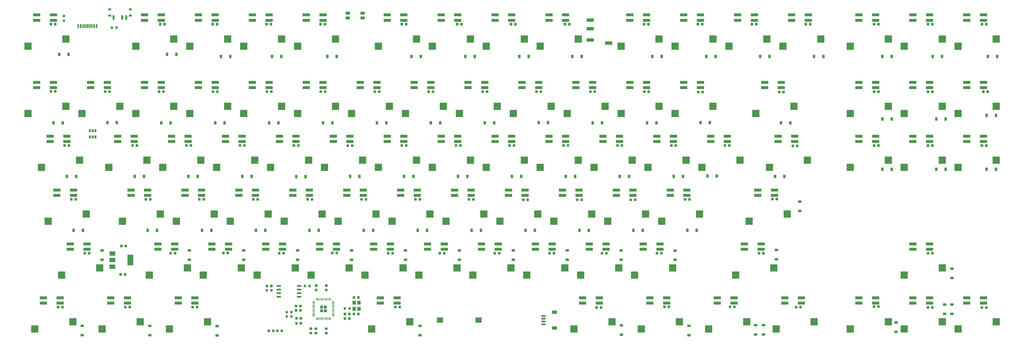
<source format=gbp>
%TF.GenerationSoftware,KiCad,Pcbnew,(5.1.10)-1*%
%TF.CreationDate,2021-11-22T22:04:18-06:00*%
%TF.ProjectId,PyKey87,50794b65-7938-4372-9e6b-696361645f70,rev?*%
%TF.SameCoordinates,Original*%
%TF.FileFunction,Paste,Bot*%
%TF.FilePolarity,Positive*%
%FSLAX46Y46*%
G04 Gerber Fmt 4.6, Leading zero omitted, Abs format (unit mm)*
G04 Created by KiCad (PCBNEW (5.1.10)-1) date 2021-11-22 22:04:18*
%MOMM*%
%LPD*%
G01*
G04 APERTURE LIST*
%ADD10R,2.500000X1.100000*%
%ADD11R,2.550000X2.500000*%
%ADD12R,1.550000X1.000000*%
%ADD13R,2.500000X1.200000*%
%ADD14R,2.306599X1.956600*%
%ADD15R,1.200000X0.900000*%
%ADD16R,0.900000X1.200000*%
%ADD17R,2.000000X1.500000*%
%ADD18R,2.000000X3.800000*%
%ADD19R,1.200000X1.400000*%
%ADD20R,0.600000X1.450000*%
%ADD21R,0.300000X1.450000*%
%ADD22R,0.650000X1.060000*%
%ADD23R,0.700000X1.500000*%
%ADD24R,1.000000X0.800000*%
G04 APERTURE END LIST*
D10*
X144687500Y-44007500D03*
X144687500Y-45907500D03*
X150587500Y-44007500D03*
X150587500Y-45907500D03*
D11*
X141622500Y-55087500D03*
X155047500Y-52547500D03*
D10*
X316137500Y-44007500D03*
X316137500Y-45907500D03*
X322037500Y-44007500D03*
X322037500Y-45907500D03*
D11*
X313072500Y-55087500D03*
X326497500Y-52547500D03*
D10*
X397100000Y-144020000D03*
X397100000Y-145920000D03*
X403000000Y-144020000D03*
X403000000Y-145920000D03*
D11*
X394035000Y-155100000D03*
X407460000Y-152560000D03*
D10*
X87537500Y-67820000D03*
X87537500Y-69720000D03*
X93437500Y-67820000D03*
X93437500Y-69720000D03*
D11*
X84472500Y-78900000D03*
X97897500Y-76360000D03*
D12*
X178350000Y-43355000D03*
X183600000Y-43355000D03*
X183600000Y-45055000D03*
X178350000Y-45055000D03*
D10*
X68487500Y-67820000D03*
X68487500Y-69720000D03*
X74387500Y-67820000D03*
X74387500Y-69720000D03*
D11*
X65422500Y-78900000D03*
X78847500Y-76360000D03*
D13*
X264085000Y-45880000D03*
X264085000Y-48880000D03*
X264085000Y-52880000D03*
X270585000Y-53980000D03*
G36*
G01*
X250779999Y-154125000D02*
X252080001Y-154125000D01*
G75*
G02*
X252330000Y-154374999I0J-249999D01*
G01*
X252330000Y-155075001D01*
G75*
G02*
X252080001Y-155325000I-249999J0D01*
G01*
X250779999Y-155325000D01*
G75*
G02*
X250530000Y-155075001I0J249999D01*
G01*
X250530000Y-154374999D01*
G75*
G02*
X250779999Y-154125000I249999J0D01*
G01*
G37*
G36*
G01*
X250779999Y-148525000D02*
X252080001Y-148525000D01*
G75*
G02*
X252330000Y-148774999I0J-249999D01*
G01*
X252330000Y-149475001D01*
G75*
G02*
X252080001Y-149725000I-249999J0D01*
G01*
X250779999Y-149725000D01*
G75*
G02*
X250530000Y-149475001I0J249999D01*
G01*
X250530000Y-148774999D01*
G75*
G02*
X250779999Y-148525000I249999J0D01*
G01*
G37*
G36*
G01*
X246930000Y-153125000D02*
X248180000Y-153125000D01*
G75*
G02*
X248330000Y-153275000I0J-150000D01*
G01*
X248330000Y-153575000D01*
G75*
G02*
X248180000Y-153725000I-150000J0D01*
G01*
X246930000Y-153725000D01*
G75*
G02*
X246780000Y-153575000I0J150000D01*
G01*
X246780000Y-153275000D01*
G75*
G02*
X246930000Y-153125000I150000J0D01*
G01*
G37*
G36*
G01*
X246930000Y-152125000D02*
X248180000Y-152125000D01*
G75*
G02*
X248330000Y-152275000I0J-150000D01*
G01*
X248330000Y-152575000D01*
G75*
G02*
X248180000Y-152725000I-150000J0D01*
G01*
X246930000Y-152725000D01*
G75*
G02*
X246780000Y-152575000I0J150000D01*
G01*
X246780000Y-152275000D01*
G75*
G02*
X246930000Y-152125000I150000J0D01*
G01*
G37*
G36*
G01*
X246930000Y-151125000D02*
X248180000Y-151125000D01*
G75*
G02*
X248330000Y-151275000I0J-150000D01*
G01*
X248330000Y-151575000D01*
G75*
G02*
X248180000Y-151725000I-150000J0D01*
G01*
X246930000Y-151725000D01*
G75*
G02*
X246780000Y-151575000I0J150000D01*
G01*
X246780000Y-151275000D01*
G75*
G02*
X246930000Y-151125000I150000J0D01*
G01*
G37*
G36*
G01*
X246930000Y-150125000D02*
X248180000Y-150125000D01*
G75*
G02*
X248330000Y-150275000I0J-150000D01*
G01*
X248330000Y-150575000D01*
G75*
G02*
X248180000Y-150725000I-150000J0D01*
G01*
X246930000Y-150725000D01*
G75*
G02*
X246780000Y-150575000I0J150000D01*
G01*
X246780000Y-150275000D01*
G75*
G02*
X246930000Y-150125000I150000J0D01*
G01*
G37*
D10*
X335187500Y-44007500D03*
X335187500Y-45907500D03*
X341087500Y-44007500D03*
X341087500Y-45907500D03*
D11*
X332122500Y-55087500D03*
X345547500Y-52547500D03*
D10*
X397100000Y-44007500D03*
X397100000Y-45907500D03*
X403000000Y-44007500D03*
X403000000Y-45907500D03*
D11*
X394035000Y-55087500D03*
X407460000Y-52547500D03*
D10*
X397100000Y-67820000D03*
X397100000Y-69720000D03*
X403000000Y-67820000D03*
X403000000Y-69720000D03*
D11*
X394035000Y-78900000D03*
X407460000Y-76360000D03*
D10*
X397100000Y-86870000D03*
X397100000Y-88770000D03*
X403000000Y-86870000D03*
X403000000Y-88770000D03*
D11*
X394035000Y-97950000D03*
X407460000Y-95410000D03*
D10*
X378050000Y-124970000D03*
X378050000Y-126870000D03*
X383950000Y-124970000D03*
X383950000Y-126870000D03*
D11*
X374985000Y-136050000D03*
X388410000Y-133510000D03*
G36*
G01*
X153955000Y-155478750D02*
X153955000Y-155991250D01*
G75*
G02*
X153736250Y-156210000I-218750J0D01*
G01*
X153298750Y-156210000D01*
G75*
G02*
X153080000Y-155991250I0J218750D01*
G01*
X153080000Y-155478750D01*
G75*
G02*
X153298750Y-155260000I218750J0D01*
G01*
X153736250Y-155260000D01*
G75*
G02*
X153955000Y-155478750I0J-218750D01*
G01*
G37*
G36*
G01*
X155530000Y-155478750D02*
X155530000Y-155991250D01*
G75*
G02*
X155311250Y-156210000I-218750J0D01*
G01*
X154873750Y-156210000D01*
G75*
G02*
X154655000Y-155991250I0J218750D01*
G01*
X154655000Y-155478750D01*
G75*
G02*
X154873750Y-155260000I218750J0D01*
G01*
X155311250Y-155260000D01*
G75*
G02*
X155530000Y-155478750I0J-218750D01*
G01*
G37*
G36*
G01*
X151632500Y-155991250D02*
X151632500Y-155478750D01*
G75*
G02*
X151851250Y-155260000I218750J0D01*
G01*
X152288750Y-155260000D01*
G75*
G02*
X152507500Y-155478750I0J-218750D01*
G01*
X152507500Y-155991250D01*
G75*
G02*
X152288750Y-156210000I-218750J0D01*
G01*
X151851250Y-156210000D01*
G75*
G02*
X151632500Y-155991250I0J218750D01*
G01*
G37*
G36*
G01*
X150057500Y-155991250D02*
X150057500Y-155478750D01*
G75*
G02*
X150276250Y-155260000I218750J0D01*
G01*
X150713750Y-155260000D01*
G75*
G02*
X150932500Y-155478750I0J-218750D01*
G01*
X150932500Y-155991250D01*
G75*
G02*
X150713750Y-156210000I-218750J0D01*
G01*
X150276250Y-156210000D01*
G75*
G02*
X150057500Y-155991250I0J218750D01*
G01*
G37*
D14*
X211012900Y-151925000D03*
X224597100Y-151925000D03*
D10*
X80362000Y-124970000D03*
X80362000Y-126870000D03*
X86262000Y-124970000D03*
X86262000Y-126870000D03*
D11*
X77297000Y-136050000D03*
X90722000Y-133510000D03*
D10*
X106588000Y-67820000D03*
X106588000Y-69720000D03*
X112488000Y-67820000D03*
X112488000Y-69720000D03*
D11*
X103523000Y-78900000D03*
X116948000Y-76360000D03*
D10*
X125638000Y-67820000D03*
X125638000Y-69720000D03*
X131538000Y-67820000D03*
X131538000Y-69720000D03*
D11*
X122573000Y-78900000D03*
X135998000Y-76360000D03*
D10*
X144688000Y-67820000D03*
X144688000Y-69720000D03*
X150588000Y-67820000D03*
X150588000Y-69720000D03*
D11*
X141623000Y-78900000D03*
X155048000Y-76360000D03*
D10*
X163738000Y-67820000D03*
X163738000Y-69720000D03*
X169638000Y-67820000D03*
X169638000Y-69720000D03*
D11*
X160673000Y-78900000D03*
X174098000Y-76360000D03*
D10*
X201838000Y-67820000D03*
X201838000Y-69720000D03*
X207738000Y-67820000D03*
X207738000Y-69720000D03*
D11*
X198773000Y-78900000D03*
X212198000Y-76360000D03*
D10*
X220888000Y-67820000D03*
X220888000Y-69720000D03*
X226788000Y-67820000D03*
X226788000Y-69720000D03*
D11*
X217823000Y-78900000D03*
X231248000Y-76360000D03*
D10*
X239938000Y-67820000D03*
X239938000Y-69720000D03*
X245838000Y-67820000D03*
X245838000Y-69720000D03*
D11*
X236873000Y-78900000D03*
X250298000Y-76360000D03*
D10*
X258988000Y-67820000D03*
X258988000Y-69720000D03*
X264888000Y-67820000D03*
X264888000Y-69720000D03*
D11*
X255923000Y-78900000D03*
X269348000Y-76360000D03*
D10*
X278038000Y-67820000D03*
X278038000Y-69720000D03*
X283938000Y-67820000D03*
X283938000Y-69720000D03*
D11*
X274973000Y-78900000D03*
X288398000Y-76360000D03*
D10*
X297088000Y-67820000D03*
X297088000Y-69720000D03*
X302988000Y-67820000D03*
X302988000Y-69720000D03*
D11*
X294023000Y-78900000D03*
X307448000Y-76360000D03*
D10*
X97062000Y-86870000D03*
X97062000Y-88770000D03*
X102962000Y-86870000D03*
X102962000Y-88770000D03*
D11*
X93997000Y-97950000D03*
X107422000Y-95410000D03*
D10*
X116112000Y-86870000D03*
X116112000Y-88770000D03*
X122012000Y-86870000D03*
X122012000Y-88770000D03*
D11*
X113047000Y-97950000D03*
X126472000Y-95410000D03*
D10*
X135162000Y-86870000D03*
X135162000Y-88770000D03*
X141062000Y-86870000D03*
X141062000Y-88770000D03*
D11*
X132097000Y-97950000D03*
X145522000Y-95410000D03*
D10*
X154212000Y-86870000D03*
X154212000Y-88770000D03*
X160112000Y-86870000D03*
X160112000Y-88770000D03*
D11*
X151147000Y-97950000D03*
X164572000Y-95410000D03*
D10*
X173262000Y-86870000D03*
X173262000Y-88770000D03*
X179162000Y-86870000D03*
X179162000Y-88770000D03*
D11*
X170197000Y-97950000D03*
X183622000Y-95410000D03*
D10*
X192312000Y-86870000D03*
X192312000Y-88770000D03*
X198212000Y-86870000D03*
X198212000Y-88770000D03*
D11*
X189247000Y-97950000D03*
X202672000Y-95410000D03*
D10*
X211362000Y-86870000D03*
X211362000Y-88770000D03*
X217262000Y-86870000D03*
X217262000Y-88770000D03*
D11*
X208297000Y-97950000D03*
X221722000Y-95410000D03*
D10*
X230412000Y-86870000D03*
X230412000Y-88770000D03*
X236312000Y-86870000D03*
X236312000Y-88770000D03*
D11*
X227347000Y-97950000D03*
X240772000Y-95410000D03*
D10*
X249462000Y-86870000D03*
X249462000Y-88770000D03*
X255362000Y-86870000D03*
X255362000Y-88770000D03*
D11*
X246397000Y-97950000D03*
X259822000Y-95410000D03*
D10*
X268512000Y-86870000D03*
X268512000Y-88770000D03*
X274412000Y-86870000D03*
X274412000Y-88770000D03*
D11*
X265447000Y-97950000D03*
X278872000Y-95410000D03*
D10*
X287562000Y-86870000D03*
X287562000Y-88770000D03*
X293462000Y-86870000D03*
X293462000Y-88770000D03*
D11*
X284497000Y-97950000D03*
X297922000Y-95410000D03*
D10*
X306612000Y-86870000D03*
X306612000Y-88770000D03*
X312512000Y-86870000D03*
X312512000Y-88770000D03*
D11*
X303547000Y-97950000D03*
X316972000Y-95410000D03*
D10*
X101825000Y-105920000D03*
X101825000Y-107820000D03*
X107725000Y-105920000D03*
X107725000Y-107820000D03*
D11*
X98760000Y-117000000D03*
X112185000Y-114460000D03*
D10*
X120875000Y-105920000D03*
X120875000Y-107820000D03*
X126775000Y-105920000D03*
X126775000Y-107820000D03*
D11*
X117810000Y-117000000D03*
X131235000Y-114460000D03*
D10*
X139925000Y-105920000D03*
X139925000Y-107820000D03*
X145825000Y-105920000D03*
X145825000Y-107820000D03*
D11*
X136860000Y-117000000D03*
X150285000Y-114460000D03*
D10*
X158975000Y-105920000D03*
X158975000Y-107820000D03*
X164875000Y-105920000D03*
X164875000Y-107820000D03*
D11*
X155910000Y-117000000D03*
X169335000Y-114460000D03*
D10*
X178025000Y-105920000D03*
X178025000Y-107820000D03*
X183925000Y-105920000D03*
X183925000Y-107820000D03*
D11*
X174960000Y-117000000D03*
X188385000Y-114460000D03*
D10*
X197075000Y-105920000D03*
X197075000Y-107820000D03*
X202975000Y-105920000D03*
X202975000Y-107820000D03*
D11*
X194010000Y-117000000D03*
X207435000Y-114460000D03*
D10*
X216125000Y-105920000D03*
X216125000Y-107820000D03*
X222025000Y-105920000D03*
X222025000Y-107820000D03*
D11*
X213060000Y-117000000D03*
X226485000Y-114460000D03*
D10*
X235175000Y-105920000D03*
X235175000Y-107820000D03*
X241075000Y-105920000D03*
X241075000Y-107820000D03*
D11*
X232110000Y-117000000D03*
X245535000Y-114460000D03*
D10*
X254225000Y-105920000D03*
X254225000Y-107820000D03*
X260125000Y-105920000D03*
X260125000Y-107820000D03*
D11*
X251160000Y-117000000D03*
X264585000Y-114460000D03*
D10*
X273275000Y-105920000D03*
X273275000Y-107820000D03*
X279175000Y-105920000D03*
X279175000Y-107820000D03*
D11*
X270210000Y-117000000D03*
X283635000Y-114460000D03*
D10*
X292325000Y-105920000D03*
X292325000Y-107820000D03*
X298225000Y-105920000D03*
X298225000Y-107820000D03*
D11*
X289260000Y-117000000D03*
X302685000Y-114460000D03*
D10*
X111350000Y-124970000D03*
X111350000Y-126870000D03*
X117250000Y-124970000D03*
X117250000Y-126870000D03*
D11*
X108285000Y-136050000D03*
X121710000Y-133510000D03*
D10*
X130400000Y-124970000D03*
X130400000Y-126870000D03*
X136300000Y-124970000D03*
X136300000Y-126870000D03*
D11*
X127335000Y-136050000D03*
X140760000Y-133510000D03*
D10*
X149450000Y-124970000D03*
X149450000Y-126870000D03*
X155350000Y-124970000D03*
X155350000Y-126870000D03*
D11*
X146385000Y-136050000D03*
X159810000Y-133510000D03*
D10*
X168500000Y-124970000D03*
X168500000Y-126870000D03*
X174400000Y-124970000D03*
X174400000Y-126870000D03*
D11*
X165435000Y-136050000D03*
X178860000Y-133510000D03*
D10*
X187550000Y-124970000D03*
X187550000Y-126870000D03*
X193450000Y-124970000D03*
X193450000Y-126870000D03*
D11*
X184485000Y-136050000D03*
X197910000Y-133510000D03*
D10*
X206600000Y-124970000D03*
X206600000Y-126870000D03*
X212500000Y-124970000D03*
X212500000Y-126870000D03*
D11*
X203535000Y-136050000D03*
X216960000Y-133510000D03*
D10*
X225650000Y-124970000D03*
X225650000Y-126870000D03*
X231550000Y-124970000D03*
X231550000Y-126870000D03*
D11*
X222585000Y-136050000D03*
X236010000Y-133510000D03*
D10*
X244700000Y-124970000D03*
X244700000Y-126870000D03*
X250600000Y-124970000D03*
X250600000Y-126870000D03*
D11*
X241635000Y-136050000D03*
X255060000Y-133510000D03*
D10*
X263750000Y-124970000D03*
X263750000Y-126870000D03*
X269650000Y-124970000D03*
X269650000Y-126870000D03*
D11*
X260685000Y-136050000D03*
X274110000Y-133510000D03*
D10*
X282800000Y-124970000D03*
X282800000Y-126870000D03*
X288700000Y-124970000D03*
X288700000Y-126870000D03*
D11*
X279735000Y-136050000D03*
X293160000Y-133510000D03*
D10*
X68487500Y-44007500D03*
X68487500Y-45907500D03*
X74387500Y-44007500D03*
X74387500Y-45907500D03*
D11*
X65422500Y-55087500D03*
X78847500Y-52547500D03*
X116947500Y-52547500D03*
X103522500Y-55087500D03*
D10*
X112487500Y-45907500D03*
X112487500Y-44007500D03*
X106587500Y-45907500D03*
X106587500Y-44007500D03*
X125637500Y-44007500D03*
X125637500Y-45907500D03*
X131537500Y-44007500D03*
X131537500Y-45907500D03*
D11*
X122572500Y-55087500D03*
X135997500Y-52547500D03*
D10*
X163737500Y-44007500D03*
X163737500Y-45907500D03*
X169637500Y-44007500D03*
X169637500Y-45907500D03*
D11*
X160672500Y-55087500D03*
X174097500Y-52547500D03*
D10*
X192312500Y-44007500D03*
X192312500Y-45907500D03*
X198212500Y-44007500D03*
X198212500Y-45907500D03*
D11*
X189247500Y-55087500D03*
X202672500Y-52547500D03*
D10*
X211362500Y-44007500D03*
X211362500Y-45907500D03*
X217262500Y-44007500D03*
X217262500Y-45907500D03*
D11*
X208297500Y-55087500D03*
X221722500Y-52547500D03*
D10*
X230412500Y-44007500D03*
X230412500Y-45907500D03*
X236312500Y-44007500D03*
X236312500Y-45907500D03*
D11*
X227347500Y-55087500D03*
X240772500Y-52547500D03*
D10*
X249462500Y-44007500D03*
X249462500Y-45907500D03*
X255362500Y-44007500D03*
X255362500Y-45907500D03*
D11*
X246397500Y-55087500D03*
X259822500Y-52547500D03*
D10*
X278037500Y-44007500D03*
X278037500Y-45907500D03*
X283937500Y-44007500D03*
X283937500Y-45907500D03*
D11*
X274972500Y-55087500D03*
X288397500Y-52547500D03*
D10*
X297087500Y-44007500D03*
X297087500Y-45907500D03*
X302987500Y-44007500D03*
X302987500Y-45907500D03*
D11*
X294022500Y-55087500D03*
X307447500Y-52547500D03*
D10*
X359000000Y-44007500D03*
X359000000Y-45907500D03*
X364900000Y-44007500D03*
X364900000Y-45907500D03*
D11*
X355935000Y-55087500D03*
X369360000Y-52547500D03*
D10*
X359000000Y-67820000D03*
X359000000Y-69720000D03*
X364900000Y-67820000D03*
X364900000Y-69720000D03*
D11*
X355935000Y-78900000D03*
X369360000Y-76360000D03*
D10*
X359000000Y-86870000D03*
X359000000Y-88770000D03*
X364900000Y-86870000D03*
X364900000Y-88770000D03*
D11*
X355935000Y-97950000D03*
X369360000Y-95410000D03*
D10*
X359000000Y-144020000D03*
X359000000Y-145920000D03*
X364900000Y-144020000D03*
X364900000Y-145920000D03*
D11*
X355935000Y-155100000D03*
X369360000Y-152560000D03*
D10*
X378050000Y-44007500D03*
X378050000Y-45907500D03*
X383950000Y-44007500D03*
X383950000Y-45907500D03*
D11*
X374985000Y-55087500D03*
X388410000Y-52547500D03*
D10*
X378050000Y-67820000D03*
X378050000Y-69720000D03*
X383950000Y-67820000D03*
X383950000Y-69720000D03*
D11*
X374985000Y-78900000D03*
X388410000Y-76360000D03*
D10*
X378050000Y-86870000D03*
X378050000Y-88770000D03*
X383950000Y-86870000D03*
X383950000Y-88770000D03*
D11*
X374985000Y-97950000D03*
X388410000Y-95410000D03*
D10*
X182788000Y-67820000D03*
X182788000Y-69720000D03*
X188688000Y-67820000D03*
X188688000Y-69720000D03*
D11*
X179723000Y-78900000D03*
X193148000Y-76360000D03*
D10*
X378050000Y-144020000D03*
X378050000Y-145920000D03*
X383950000Y-144020000D03*
X383950000Y-145920000D03*
D11*
X374985000Y-155100000D03*
X388410000Y-152560000D03*
G36*
G01*
X226497500Y-70903000D02*
X226497500Y-71403000D01*
G75*
G02*
X226272500Y-71628000I-225000J0D01*
G01*
X225822500Y-71628000D01*
G75*
G02*
X225597500Y-71403000I0J225000D01*
G01*
X225597500Y-70903000D01*
G75*
G02*
X225822500Y-70678000I225000J0D01*
G01*
X226272500Y-70678000D01*
G75*
G02*
X226497500Y-70903000I0J-225000D01*
G01*
G37*
G36*
G01*
X228072500Y-70903000D02*
X228072500Y-71403000D01*
G75*
G02*
X227847500Y-71628000I-225000J0D01*
G01*
X227397500Y-71628000D01*
G75*
G02*
X227172500Y-71403000I0J225000D01*
G01*
X227172500Y-70903000D01*
G75*
G02*
X227397500Y-70678000I225000J0D01*
G01*
X227847500Y-70678000D01*
G75*
G02*
X228072500Y-70903000I0J-225000D01*
G01*
G37*
G36*
G01*
X403550000Y-147765000D02*
X403550000Y-147265000D01*
G75*
G02*
X403775000Y-147040000I225000J0D01*
G01*
X404225000Y-147040000D01*
G75*
G02*
X404450000Y-147265000I0J-225000D01*
G01*
X404450000Y-147765000D01*
G75*
G02*
X404225000Y-147990000I-225000J0D01*
G01*
X403775000Y-147990000D01*
G75*
G02*
X403550000Y-147765000I0J225000D01*
G01*
G37*
G36*
G01*
X402000000Y-147765000D02*
X402000000Y-147265000D01*
G75*
G02*
X402225000Y-147040000I225000J0D01*
G01*
X402675000Y-147040000D01*
G75*
G02*
X402900000Y-147265000I0J-225000D01*
G01*
X402900000Y-147765000D01*
G75*
G02*
X402675000Y-147990000I-225000J0D01*
G01*
X402225000Y-147990000D01*
G75*
G02*
X402000000Y-147765000I0J225000D01*
G01*
G37*
G36*
G01*
X385400000Y-147265000D02*
X385400000Y-147765000D01*
G75*
G02*
X385175000Y-147990000I-225000J0D01*
G01*
X384725000Y-147990000D01*
G75*
G02*
X384500000Y-147765000I0J225000D01*
G01*
X384500000Y-147265000D01*
G75*
G02*
X384725000Y-147040000I225000J0D01*
G01*
X385175000Y-147040000D01*
G75*
G02*
X385400000Y-147265000I0J-225000D01*
G01*
G37*
G36*
G01*
X383850000Y-147265000D02*
X383850000Y-147765000D01*
G75*
G02*
X383625000Y-147990000I-225000J0D01*
G01*
X383175000Y-147990000D01*
G75*
G02*
X382950000Y-147765000I0J225000D01*
G01*
X382950000Y-147265000D01*
G75*
G02*
X383175000Y-147040000I225000J0D01*
G01*
X383625000Y-147040000D01*
G75*
G02*
X383850000Y-147265000I0J-225000D01*
G01*
G37*
G36*
G01*
X364800000Y-146895000D02*
X364800000Y-147395000D01*
G75*
G02*
X364575000Y-147620000I-225000J0D01*
G01*
X364125000Y-147620000D01*
G75*
G02*
X363900000Y-147395000I0J225000D01*
G01*
X363900000Y-146895000D01*
G75*
G02*
X364125000Y-146670000I225000J0D01*
G01*
X364575000Y-146670000D01*
G75*
G02*
X364800000Y-146895000I0J-225000D01*
G01*
G37*
G36*
G01*
X366350000Y-146895000D02*
X366350000Y-147395000D01*
G75*
G02*
X366125000Y-147620000I-225000J0D01*
G01*
X365675000Y-147620000D01*
G75*
G02*
X365450000Y-147395000I0J225000D01*
G01*
X365450000Y-146895000D01*
G75*
G02*
X365675000Y-146670000I225000J0D01*
G01*
X366125000Y-146670000D01*
G75*
G02*
X366350000Y-146895000I0J-225000D01*
G01*
G37*
G36*
G01*
X382950000Y-128495000D02*
X382950000Y-127995000D01*
G75*
G02*
X383175000Y-127770000I225000J0D01*
G01*
X383625000Y-127770000D01*
G75*
G02*
X383850000Y-127995000I0J-225000D01*
G01*
X383850000Y-128495000D01*
G75*
G02*
X383625000Y-128720000I-225000J0D01*
G01*
X383175000Y-128720000D01*
G75*
G02*
X382950000Y-128495000I0J225000D01*
G01*
G37*
G36*
G01*
X384500000Y-128495000D02*
X384500000Y-127995000D01*
G75*
G02*
X384725000Y-127770000I225000J0D01*
G01*
X385175000Y-127770000D01*
G75*
G02*
X385400000Y-127995000I0J-225000D01*
G01*
X385400000Y-128495000D01*
G75*
G02*
X385175000Y-128720000I-225000J0D01*
G01*
X384725000Y-128720000D01*
G75*
G02*
X384500000Y-128495000I0J225000D01*
G01*
G37*
G36*
G01*
X385400000Y-89965000D02*
X385400000Y-90465000D01*
G75*
G02*
X385175000Y-90690000I-225000J0D01*
G01*
X384725000Y-90690000D01*
G75*
G02*
X384500000Y-90465000I0J225000D01*
G01*
X384500000Y-89965000D01*
G75*
G02*
X384725000Y-89740000I225000J0D01*
G01*
X385175000Y-89740000D01*
G75*
G02*
X385400000Y-89965000I0J-225000D01*
G01*
G37*
G36*
G01*
X383850000Y-89965000D02*
X383850000Y-90465000D01*
G75*
G02*
X383625000Y-90690000I-225000J0D01*
G01*
X383175000Y-90690000D01*
G75*
G02*
X382950000Y-90465000I0J225000D01*
G01*
X382950000Y-89965000D01*
G75*
G02*
X383175000Y-89740000I225000J0D01*
G01*
X383625000Y-89740000D01*
G75*
G02*
X383850000Y-89965000I0J-225000D01*
G01*
G37*
G36*
G01*
X383850000Y-70915000D02*
X383850000Y-71415000D01*
G75*
G02*
X383625000Y-71640000I-225000J0D01*
G01*
X383175000Y-71640000D01*
G75*
G02*
X382950000Y-71415000I0J225000D01*
G01*
X382950000Y-70915000D01*
G75*
G02*
X383175000Y-70690000I225000J0D01*
G01*
X383625000Y-70690000D01*
G75*
G02*
X383850000Y-70915000I0J-225000D01*
G01*
G37*
G36*
G01*
X385400000Y-70915000D02*
X385400000Y-71415000D01*
G75*
G02*
X385175000Y-71640000I-225000J0D01*
G01*
X384725000Y-71640000D01*
G75*
G02*
X384500000Y-71415000I0J225000D01*
G01*
X384500000Y-70915000D01*
G75*
G02*
X384725000Y-70690000I225000J0D01*
G01*
X385175000Y-70690000D01*
G75*
G02*
X385400000Y-70915000I0J-225000D01*
G01*
G37*
G36*
G01*
X363900000Y-90465000D02*
X363900000Y-89965000D01*
G75*
G02*
X364125000Y-89740000I225000J0D01*
G01*
X364575000Y-89740000D01*
G75*
G02*
X364800000Y-89965000I0J-225000D01*
G01*
X364800000Y-90465000D01*
G75*
G02*
X364575000Y-90690000I-225000J0D01*
G01*
X364125000Y-90690000D01*
G75*
G02*
X363900000Y-90465000I0J225000D01*
G01*
G37*
G36*
G01*
X365450000Y-90465000D02*
X365450000Y-89965000D01*
G75*
G02*
X365675000Y-89740000I225000J0D01*
G01*
X366125000Y-89740000D01*
G75*
G02*
X366350000Y-89965000I0J-225000D01*
G01*
X366350000Y-90465000D01*
G75*
G02*
X366125000Y-90690000I-225000J0D01*
G01*
X365675000Y-90690000D01*
G75*
G02*
X365450000Y-90465000I0J225000D01*
G01*
G37*
G36*
G01*
X403550000Y-90465000D02*
X403550000Y-89965000D01*
G75*
G02*
X403775000Y-89740000I225000J0D01*
G01*
X404225000Y-89740000D01*
G75*
G02*
X404450000Y-89965000I0J-225000D01*
G01*
X404450000Y-90465000D01*
G75*
G02*
X404225000Y-90690000I-225000J0D01*
G01*
X403775000Y-90690000D01*
G75*
G02*
X403550000Y-90465000I0J225000D01*
G01*
G37*
G36*
G01*
X402000000Y-90465000D02*
X402000000Y-89965000D01*
G75*
G02*
X402225000Y-89740000I225000J0D01*
G01*
X402675000Y-89740000D01*
G75*
G02*
X402900000Y-89965000I0J-225000D01*
G01*
X402900000Y-90465000D01*
G75*
G02*
X402675000Y-90690000I-225000J0D01*
G01*
X402225000Y-90690000D01*
G75*
G02*
X402000000Y-90465000I0J225000D01*
G01*
G37*
G36*
G01*
X402495000Y-71415000D02*
X402495000Y-70915000D01*
G75*
G02*
X402720000Y-70690000I225000J0D01*
G01*
X403170000Y-70690000D01*
G75*
G02*
X403395000Y-70915000I0J-225000D01*
G01*
X403395000Y-71415000D01*
G75*
G02*
X403170000Y-71640000I-225000J0D01*
G01*
X402720000Y-71640000D01*
G75*
G02*
X402495000Y-71415000I0J225000D01*
G01*
G37*
G36*
G01*
X404045000Y-71415000D02*
X404045000Y-70915000D01*
G75*
G02*
X404270000Y-70690000I225000J0D01*
G01*
X404720000Y-70690000D01*
G75*
G02*
X404945000Y-70915000I0J-225000D01*
G01*
X404945000Y-71415000D01*
G75*
G02*
X404720000Y-71640000I-225000J0D01*
G01*
X404270000Y-71640000D01*
G75*
G02*
X404045000Y-71415000I0J225000D01*
G01*
G37*
G36*
G01*
X365450000Y-71415000D02*
X365450000Y-70915000D01*
G75*
G02*
X365675000Y-70690000I225000J0D01*
G01*
X366125000Y-70690000D01*
G75*
G02*
X366350000Y-70915000I0J-225000D01*
G01*
X366350000Y-71415000D01*
G75*
G02*
X366125000Y-71640000I-225000J0D01*
G01*
X365675000Y-71640000D01*
G75*
G02*
X365450000Y-71415000I0J225000D01*
G01*
G37*
G36*
G01*
X363900000Y-71415000D02*
X363900000Y-70915000D01*
G75*
G02*
X364125000Y-70690000I225000J0D01*
G01*
X364575000Y-70690000D01*
G75*
G02*
X364800000Y-70915000I0J-225000D01*
G01*
X364800000Y-71415000D01*
G75*
G02*
X364575000Y-71640000I-225000J0D01*
G01*
X364125000Y-71640000D01*
G75*
G02*
X363900000Y-71415000I0J225000D01*
G01*
G37*
G36*
G01*
X403550000Y-47535000D02*
X403550000Y-47035000D01*
G75*
G02*
X403775000Y-46810000I225000J0D01*
G01*
X404225000Y-46810000D01*
G75*
G02*
X404450000Y-47035000I0J-225000D01*
G01*
X404450000Y-47535000D01*
G75*
G02*
X404225000Y-47760000I-225000J0D01*
G01*
X403775000Y-47760000D01*
G75*
G02*
X403550000Y-47535000I0J225000D01*
G01*
G37*
G36*
G01*
X402000000Y-47535000D02*
X402000000Y-47035000D01*
G75*
G02*
X402225000Y-46810000I225000J0D01*
G01*
X402675000Y-46810000D01*
G75*
G02*
X402900000Y-47035000I0J-225000D01*
G01*
X402900000Y-47535000D01*
G75*
G02*
X402675000Y-47760000I-225000J0D01*
G01*
X402225000Y-47760000D01*
G75*
G02*
X402000000Y-47535000I0J225000D01*
G01*
G37*
G36*
G01*
X385400000Y-47035000D02*
X385400000Y-47535000D01*
G75*
G02*
X385175000Y-47760000I-225000J0D01*
G01*
X384725000Y-47760000D01*
G75*
G02*
X384500000Y-47535000I0J225000D01*
G01*
X384500000Y-47035000D01*
G75*
G02*
X384725000Y-46810000I225000J0D01*
G01*
X385175000Y-46810000D01*
G75*
G02*
X385400000Y-47035000I0J-225000D01*
G01*
G37*
G36*
G01*
X383850000Y-47035000D02*
X383850000Y-47535000D01*
G75*
G02*
X383625000Y-47760000I-225000J0D01*
G01*
X383175000Y-47760000D01*
G75*
G02*
X382950000Y-47535000I0J225000D01*
G01*
X382950000Y-47035000D01*
G75*
G02*
X383175000Y-46810000I225000J0D01*
G01*
X383625000Y-46810000D01*
G75*
G02*
X383850000Y-47035000I0J-225000D01*
G01*
G37*
G36*
G01*
X363900000Y-47535000D02*
X363900000Y-47035000D01*
G75*
G02*
X364125000Y-46810000I225000J0D01*
G01*
X364575000Y-46810000D01*
G75*
G02*
X364800000Y-47035000I0J-225000D01*
G01*
X364800000Y-47535000D01*
G75*
G02*
X364575000Y-47760000I-225000J0D01*
G01*
X364125000Y-47760000D01*
G75*
G02*
X363900000Y-47535000I0J225000D01*
G01*
G37*
G36*
G01*
X365450000Y-47535000D02*
X365450000Y-47035000D01*
G75*
G02*
X365675000Y-46810000I225000J0D01*
G01*
X366125000Y-46810000D01*
G75*
G02*
X366350000Y-47035000I0J-225000D01*
G01*
X366350000Y-47535000D01*
G75*
G02*
X366125000Y-47760000I-225000J0D01*
G01*
X365675000Y-47760000D01*
G75*
G02*
X365450000Y-47535000I0J225000D01*
G01*
G37*
G36*
G01*
X340670000Y-47035000D02*
X340670000Y-47535000D01*
G75*
G02*
X340445000Y-47760000I-225000J0D01*
G01*
X339995000Y-47760000D01*
G75*
G02*
X339770000Y-47535000I0J225000D01*
G01*
X339770000Y-47035000D01*
G75*
G02*
X339995000Y-46810000I225000J0D01*
G01*
X340445000Y-46810000D01*
G75*
G02*
X340670000Y-47035000I0J-225000D01*
G01*
G37*
G36*
G01*
X342220000Y-47035000D02*
X342220000Y-47535000D01*
G75*
G02*
X341995000Y-47760000I-225000J0D01*
G01*
X341545000Y-47760000D01*
G75*
G02*
X341320000Y-47535000I0J225000D01*
G01*
X341320000Y-47035000D01*
G75*
G02*
X341545000Y-46810000I225000J0D01*
G01*
X341995000Y-46810000D01*
G75*
G02*
X342220000Y-47035000I0J-225000D01*
G01*
G37*
G36*
G01*
X322270000Y-47535000D02*
X322270000Y-47035000D01*
G75*
G02*
X322495000Y-46810000I225000J0D01*
G01*
X322945000Y-46810000D01*
G75*
G02*
X323170000Y-47035000I0J-225000D01*
G01*
X323170000Y-47535000D01*
G75*
G02*
X322945000Y-47760000I-225000J0D01*
G01*
X322495000Y-47760000D01*
G75*
G02*
X322270000Y-47535000I0J225000D01*
G01*
G37*
G36*
G01*
X320720000Y-47535000D02*
X320720000Y-47035000D01*
G75*
G02*
X320945000Y-46810000I225000J0D01*
G01*
X321395000Y-46810000D01*
G75*
G02*
X321620000Y-47035000I0J-225000D01*
G01*
X321620000Y-47535000D01*
G75*
G02*
X321395000Y-47760000I-225000J0D01*
G01*
X320945000Y-47760000D01*
G75*
G02*
X320720000Y-47535000I0J225000D01*
G01*
G37*
G36*
G01*
X304120000Y-47035000D02*
X304120000Y-47535000D01*
G75*
G02*
X303895000Y-47760000I-225000J0D01*
G01*
X303445000Y-47760000D01*
G75*
G02*
X303220000Y-47535000I0J225000D01*
G01*
X303220000Y-47035000D01*
G75*
G02*
X303445000Y-46810000I225000J0D01*
G01*
X303895000Y-46810000D01*
G75*
G02*
X304120000Y-47035000I0J-225000D01*
G01*
G37*
G36*
G01*
X302570000Y-47035000D02*
X302570000Y-47535000D01*
G75*
G02*
X302345000Y-47760000I-225000J0D01*
G01*
X301895000Y-47760000D01*
G75*
G02*
X301670000Y-47535000I0J225000D01*
G01*
X301670000Y-47035000D01*
G75*
G02*
X301895000Y-46810000I225000J0D01*
G01*
X302345000Y-46810000D01*
G75*
G02*
X302570000Y-47035000I0J-225000D01*
G01*
G37*
G36*
G01*
X282620000Y-47535000D02*
X282620000Y-47035000D01*
G75*
G02*
X282845000Y-46810000I225000J0D01*
G01*
X283295000Y-46810000D01*
G75*
G02*
X283520000Y-47035000I0J-225000D01*
G01*
X283520000Y-47535000D01*
G75*
G02*
X283295000Y-47760000I-225000J0D01*
G01*
X282845000Y-47760000D01*
G75*
G02*
X282620000Y-47535000I0J225000D01*
G01*
G37*
G36*
G01*
X284170000Y-47535000D02*
X284170000Y-47035000D01*
G75*
G02*
X284395000Y-46810000I225000J0D01*
G01*
X284845000Y-46810000D01*
G75*
G02*
X285070000Y-47035000I0J-225000D01*
G01*
X285070000Y-47535000D01*
G75*
G02*
X284845000Y-47760000I-225000J0D01*
G01*
X284395000Y-47760000D01*
G75*
G02*
X284170000Y-47535000I0J225000D01*
G01*
G37*
G36*
G01*
X255580000Y-47035000D02*
X255580000Y-47535000D01*
G75*
G02*
X255355000Y-47760000I-225000J0D01*
G01*
X254905000Y-47760000D01*
G75*
G02*
X254680000Y-47535000I0J225000D01*
G01*
X254680000Y-47035000D01*
G75*
G02*
X254905000Y-46810000I225000J0D01*
G01*
X255355000Y-46810000D01*
G75*
G02*
X255580000Y-47035000I0J-225000D01*
G01*
G37*
G36*
G01*
X257130000Y-47035000D02*
X257130000Y-47535000D01*
G75*
G02*
X256905000Y-47760000I-225000J0D01*
G01*
X256455000Y-47760000D01*
G75*
G02*
X256230000Y-47535000I0J225000D01*
G01*
X256230000Y-47035000D01*
G75*
G02*
X256455000Y-46810000I225000J0D01*
G01*
X256905000Y-46810000D01*
G75*
G02*
X257130000Y-47035000I0J-225000D01*
G01*
G37*
G36*
G01*
X237180000Y-47535000D02*
X237180000Y-47035000D01*
G75*
G02*
X237405000Y-46810000I225000J0D01*
G01*
X237855000Y-46810000D01*
G75*
G02*
X238080000Y-47035000I0J-225000D01*
G01*
X238080000Y-47535000D01*
G75*
G02*
X237855000Y-47760000I-225000J0D01*
G01*
X237405000Y-47760000D01*
G75*
G02*
X237180000Y-47535000I0J225000D01*
G01*
G37*
G36*
G01*
X235630000Y-47535000D02*
X235630000Y-47035000D01*
G75*
G02*
X235855000Y-46810000I225000J0D01*
G01*
X236305000Y-46810000D01*
G75*
G02*
X236530000Y-47035000I0J-225000D01*
G01*
X236530000Y-47535000D01*
G75*
G02*
X236305000Y-47760000I-225000J0D01*
G01*
X235855000Y-47760000D01*
G75*
G02*
X235630000Y-47535000I0J225000D01*
G01*
G37*
G36*
G01*
X219030000Y-47035000D02*
X219030000Y-47535000D01*
G75*
G02*
X218805000Y-47760000I-225000J0D01*
G01*
X218355000Y-47760000D01*
G75*
G02*
X218130000Y-47535000I0J225000D01*
G01*
X218130000Y-47035000D01*
G75*
G02*
X218355000Y-46810000I225000J0D01*
G01*
X218805000Y-46810000D01*
G75*
G02*
X219030000Y-47035000I0J-225000D01*
G01*
G37*
G36*
G01*
X217480000Y-47035000D02*
X217480000Y-47535000D01*
G75*
G02*
X217255000Y-47760000I-225000J0D01*
G01*
X216805000Y-47760000D01*
G75*
G02*
X216580000Y-47535000I0J225000D01*
G01*
X216580000Y-47035000D01*
G75*
G02*
X216805000Y-46810000I225000J0D01*
G01*
X217255000Y-46810000D01*
G75*
G02*
X217480000Y-47035000I0J-225000D01*
G01*
G37*
G36*
G01*
X197030000Y-47535000D02*
X197030000Y-47035000D01*
G75*
G02*
X197255000Y-46810000I225000J0D01*
G01*
X197705000Y-46810000D01*
G75*
G02*
X197930000Y-47035000I0J-225000D01*
G01*
X197930000Y-47535000D01*
G75*
G02*
X197705000Y-47760000I-225000J0D01*
G01*
X197255000Y-47760000D01*
G75*
G02*
X197030000Y-47535000I0J225000D01*
G01*
G37*
G36*
G01*
X198580000Y-47535000D02*
X198580000Y-47035000D01*
G75*
G02*
X198805000Y-46810000I225000J0D01*
G01*
X199255000Y-46810000D01*
G75*
G02*
X199480000Y-47035000I0J-225000D01*
G01*
X199480000Y-47535000D01*
G75*
G02*
X199255000Y-47760000I-225000J0D01*
G01*
X198805000Y-47760000D01*
G75*
G02*
X198580000Y-47535000I0J225000D01*
G01*
G37*
G36*
G01*
X169220000Y-47035000D02*
X169220000Y-47535000D01*
G75*
G02*
X168995000Y-47760000I-225000J0D01*
G01*
X168545000Y-47760000D01*
G75*
G02*
X168320000Y-47535000I0J225000D01*
G01*
X168320000Y-47035000D01*
G75*
G02*
X168545000Y-46810000I225000J0D01*
G01*
X168995000Y-46810000D01*
G75*
G02*
X169220000Y-47035000I0J-225000D01*
G01*
G37*
G36*
G01*
X170770000Y-47035000D02*
X170770000Y-47535000D01*
G75*
G02*
X170545000Y-47760000I-225000J0D01*
G01*
X170095000Y-47760000D01*
G75*
G02*
X169870000Y-47535000I0J225000D01*
G01*
X169870000Y-47035000D01*
G75*
G02*
X170095000Y-46810000I225000J0D01*
G01*
X170545000Y-46810000D01*
G75*
G02*
X170770000Y-47035000I0J-225000D01*
G01*
G37*
G36*
G01*
X132670000Y-47035000D02*
X132670000Y-47535000D01*
G75*
G02*
X132445000Y-47760000I-225000J0D01*
G01*
X131995000Y-47760000D01*
G75*
G02*
X131770000Y-47535000I0J225000D01*
G01*
X131770000Y-47035000D01*
G75*
G02*
X131995000Y-46810000I225000J0D01*
G01*
X132445000Y-46810000D01*
G75*
G02*
X132670000Y-47035000I0J-225000D01*
G01*
G37*
G36*
G01*
X131120000Y-47035000D02*
X131120000Y-47535000D01*
G75*
G02*
X130895000Y-47760000I-225000J0D01*
G01*
X130445000Y-47760000D01*
G75*
G02*
X130220000Y-47535000I0J225000D01*
G01*
X130220000Y-47035000D01*
G75*
G02*
X130445000Y-46810000I225000J0D01*
G01*
X130895000Y-46810000D01*
G75*
G02*
X131120000Y-47035000I0J-225000D01*
G01*
G37*
G36*
G01*
X150820000Y-47535000D02*
X150820000Y-47035000D01*
G75*
G02*
X151045000Y-46810000I225000J0D01*
G01*
X151495000Y-46810000D01*
G75*
G02*
X151720000Y-47035000I0J-225000D01*
G01*
X151720000Y-47535000D01*
G75*
G02*
X151495000Y-47760000I-225000J0D01*
G01*
X151045000Y-47760000D01*
G75*
G02*
X150820000Y-47535000I0J225000D01*
G01*
G37*
G36*
G01*
X149270000Y-47535000D02*
X149270000Y-47035000D01*
G75*
G02*
X149495000Y-46810000I225000J0D01*
G01*
X149945000Y-46810000D01*
G75*
G02*
X150170000Y-47035000I0J-225000D01*
G01*
X150170000Y-47535000D01*
G75*
G02*
X149945000Y-47760000I-225000J0D01*
G01*
X149495000Y-47760000D01*
G75*
G02*
X149270000Y-47535000I0J225000D01*
G01*
G37*
G36*
G01*
X111665000Y-47535000D02*
X111665000Y-47035000D01*
G75*
G02*
X111890000Y-46810000I225000J0D01*
G01*
X112340000Y-46810000D01*
G75*
G02*
X112565000Y-47035000I0J-225000D01*
G01*
X112565000Y-47535000D01*
G75*
G02*
X112340000Y-47760000I-225000J0D01*
G01*
X111890000Y-47760000D01*
G75*
G02*
X111665000Y-47535000I0J225000D01*
G01*
G37*
G36*
G01*
X113215000Y-47535000D02*
X113215000Y-47035000D01*
G75*
G02*
X113440000Y-46810000I225000J0D01*
G01*
X113890000Y-46810000D01*
G75*
G02*
X114115000Y-47035000I0J-225000D01*
G01*
X114115000Y-47535000D01*
G75*
G02*
X113890000Y-47760000I-225000J0D01*
G01*
X113440000Y-47760000D01*
G75*
G02*
X113215000Y-47535000I0J225000D01*
G01*
G37*
G36*
G01*
X73970000Y-47035000D02*
X73970000Y-47535000D01*
G75*
G02*
X73745000Y-47760000I-225000J0D01*
G01*
X73295000Y-47760000D01*
G75*
G02*
X73070000Y-47535000I0J225000D01*
G01*
X73070000Y-47035000D01*
G75*
G02*
X73295000Y-46810000I225000J0D01*
G01*
X73745000Y-46810000D01*
G75*
G02*
X73970000Y-47035000I0J-225000D01*
G01*
G37*
G36*
G01*
X75520000Y-47035000D02*
X75520000Y-47535000D01*
G75*
G02*
X75295000Y-47760000I-225000J0D01*
G01*
X74845000Y-47760000D01*
G75*
G02*
X74620000Y-47535000I0J225000D01*
G01*
X74620000Y-47035000D01*
G75*
G02*
X74845000Y-46810000I225000J0D01*
G01*
X75295000Y-46810000D01*
G75*
G02*
X75520000Y-47035000I0J-225000D01*
G01*
G37*
D15*
X391795000Y-146465000D03*
X391795000Y-149765000D03*
X389255000Y-146465000D03*
X389255000Y-149765000D03*
X372075000Y-152815000D03*
X372075000Y-156115000D03*
X391795000Y-133765000D03*
X391795000Y-137065000D03*
D16*
X407415000Y-98585000D03*
X404115000Y-98585000D03*
X389635000Y-98585000D03*
X386335000Y-98585000D03*
X370585000Y-98585000D03*
X367285000Y-98585000D03*
X407415000Y-79535000D03*
X404115000Y-79535000D03*
X389635000Y-80805000D03*
X386335000Y-80805000D03*
X370585000Y-80805000D03*
X367285000Y-80805000D03*
X407795000Y-58675000D03*
X404495000Y-58675000D03*
X388365000Y-58675000D03*
X385065000Y-58675000D03*
X370585000Y-58675000D03*
X367285000Y-58675000D03*
X346455000Y-58675000D03*
X343155000Y-58675000D03*
X327405000Y-58675000D03*
X324105000Y-58675000D03*
X308355000Y-58675000D03*
X305055000Y-58675000D03*
X289305000Y-58675000D03*
X286005000Y-58675000D03*
X260985000Y-58675000D03*
X257685000Y-58675000D03*
X242315000Y-58675000D03*
X239015000Y-58675000D03*
X223265000Y-58675000D03*
X219965000Y-58675000D03*
X204215000Y-58675000D03*
X200915000Y-58675000D03*
X174505000Y-58675000D03*
X171205000Y-58675000D03*
X154955000Y-58675000D03*
X151655000Y-58675000D03*
X136905000Y-58715000D03*
X133605000Y-58715000D03*
X114555000Y-57945000D03*
X117855000Y-57945000D03*
X79755000Y-57945000D03*
X76455000Y-57945000D03*
G36*
G01*
X78796000Y-89953000D02*
X78796000Y-90453000D01*
G75*
G02*
X78571000Y-90678000I-225000J0D01*
G01*
X78121000Y-90678000D01*
G75*
G02*
X77896000Y-90453000I0J225000D01*
G01*
X77896000Y-89953000D01*
G75*
G02*
X78121000Y-89728000I225000J0D01*
G01*
X78571000Y-89728000D01*
G75*
G02*
X78796000Y-89953000I0J-225000D01*
G01*
G37*
G36*
G01*
X80346000Y-89953000D02*
X80346000Y-90453000D01*
G75*
G02*
X80121000Y-90678000I-225000J0D01*
G01*
X79671000Y-90678000D01*
G75*
G02*
X79446000Y-90453000I0J225000D01*
G01*
X79446000Y-89953000D01*
G75*
G02*
X79671000Y-89728000I225000J0D01*
G01*
X80121000Y-89728000D01*
G75*
G02*
X80346000Y-89953000I0J-225000D01*
G01*
G37*
G36*
G01*
X236035000Y-89953000D02*
X236035000Y-90453000D01*
G75*
G02*
X235810000Y-90678000I-225000J0D01*
G01*
X235360000Y-90678000D01*
G75*
G02*
X235135000Y-90453000I0J225000D01*
G01*
X235135000Y-89953000D01*
G75*
G02*
X235360000Y-89728000I225000J0D01*
G01*
X235810000Y-89728000D01*
G75*
G02*
X236035000Y-89953000I0J-225000D01*
G01*
G37*
G36*
G01*
X237585000Y-89953000D02*
X237585000Y-90453000D01*
G75*
G02*
X237360000Y-90678000I-225000J0D01*
G01*
X236910000Y-90678000D01*
G75*
G02*
X236685000Y-90453000I0J225000D01*
G01*
X236685000Y-89953000D01*
G75*
G02*
X236910000Y-89728000I225000J0D01*
G01*
X237360000Y-89728000D01*
G75*
G02*
X237585000Y-89953000I0J-225000D01*
G01*
G37*
G36*
G01*
X255085000Y-89953000D02*
X255085000Y-90453000D01*
G75*
G02*
X254860000Y-90678000I-225000J0D01*
G01*
X254410000Y-90678000D01*
G75*
G02*
X254185000Y-90453000I0J225000D01*
G01*
X254185000Y-89953000D01*
G75*
G02*
X254410000Y-89728000I225000J0D01*
G01*
X254860000Y-89728000D01*
G75*
G02*
X255085000Y-89953000I0J-225000D01*
G01*
G37*
G36*
G01*
X256635000Y-89953000D02*
X256635000Y-90453000D01*
G75*
G02*
X256410000Y-90678000I-225000J0D01*
G01*
X255960000Y-90678000D01*
G75*
G02*
X255735000Y-90453000I0J225000D01*
G01*
X255735000Y-89953000D01*
G75*
G02*
X255960000Y-89728000I225000J0D01*
G01*
X256410000Y-89728000D01*
G75*
G02*
X256635000Y-89953000I0J-225000D01*
G01*
G37*
G36*
G01*
X264584000Y-70903000D02*
X264584000Y-71403000D01*
G75*
G02*
X264359000Y-71628000I-225000J0D01*
G01*
X263909000Y-71628000D01*
G75*
G02*
X263684000Y-71403000I0J225000D01*
G01*
X263684000Y-70903000D01*
G75*
G02*
X263909000Y-70678000I225000J0D01*
G01*
X264359000Y-70678000D01*
G75*
G02*
X264584000Y-70903000I0J-225000D01*
G01*
G37*
G36*
G01*
X266134000Y-70903000D02*
X266134000Y-71403000D01*
G75*
G02*
X265909000Y-71628000I-225000J0D01*
G01*
X265459000Y-71628000D01*
G75*
G02*
X265234000Y-71403000I0J225000D01*
G01*
X265234000Y-70903000D01*
G75*
G02*
X265459000Y-70678000I225000J0D01*
G01*
X265909000Y-70678000D01*
G75*
G02*
X266134000Y-70903000I0J-225000D01*
G01*
G37*
G36*
G01*
X202761000Y-109003000D02*
X202761000Y-109503000D01*
G75*
G02*
X202536000Y-109728000I-225000J0D01*
G01*
X202086000Y-109728000D01*
G75*
G02*
X201861000Y-109503000I0J225000D01*
G01*
X201861000Y-109003000D01*
G75*
G02*
X202086000Y-108778000I225000J0D01*
G01*
X202536000Y-108778000D01*
G75*
G02*
X202761000Y-109003000I0J-225000D01*
G01*
G37*
G36*
G01*
X204311000Y-109003000D02*
X204311000Y-109503000D01*
G75*
G02*
X204086000Y-109728000I-225000J0D01*
G01*
X203636000Y-109728000D01*
G75*
G02*
X203411000Y-109503000I0J225000D01*
G01*
X203411000Y-109003000D01*
G75*
G02*
X203636000Y-108778000I225000J0D01*
G01*
X204086000Y-108778000D01*
G75*
G02*
X204311000Y-109003000I0J-225000D01*
G01*
G37*
G36*
G01*
X245534000Y-70903000D02*
X245534000Y-71403000D01*
G75*
G02*
X245309000Y-71628000I-225000J0D01*
G01*
X244859000Y-71628000D01*
G75*
G02*
X244634000Y-71403000I0J225000D01*
G01*
X244634000Y-70903000D01*
G75*
G02*
X244859000Y-70678000I225000J0D01*
G01*
X245309000Y-70678000D01*
G75*
G02*
X245534000Y-70903000I0J-225000D01*
G01*
G37*
G36*
G01*
X247084000Y-70903000D02*
X247084000Y-71403000D01*
G75*
G02*
X246859000Y-71628000I-225000J0D01*
G01*
X246409000Y-71628000D01*
G75*
G02*
X246184000Y-71403000I0J225000D01*
G01*
X246184000Y-70903000D01*
G75*
G02*
X246409000Y-70678000I225000J0D01*
G01*
X246859000Y-70678000D01*
G75*
G02*
X247084000Y-70903000I0J-225000D01*
G01*
G37*
G36*
G01*
X331259000Y-71030000D02*
X331259000Y-71530000D01*
G75*
G02*
X331034000Y-71755000I-225000J0D01*
G01*
X330584000Y-71755000D01*
G75*
G02*
X330359000Y-71530000I0J225000D01*
G01*
X330359000Y-71030000D01*
G75*
G02*
X330584000Y-70805000I225000J0D01*
G01*
X331034000Y-70805000D01*
G75*
G02*
X331259000Y-71030000I0J-225000D01*
G01*
G37*
G36*
G01*
X332809000Y-71030000D02*
X332809000Y-71530000D01*
G75*
G02*
X332584000Y-71755000I-225000J0D01*
G01*
X332134000Y-71755000D01*
G75*
G02*
X331909000Y-71530000I0J225000D01*
G01*
X331909000Y-71030000D01*
G75*
G02*
X332134000Y-70805000I225000J0D01*
G01*
X332584000Y-70805000D01*
G75*
G02*
X332809000Y-71030000I0J-225000D01*
G01*
G37*
G36*
G01*
X217112000Y-89953000D02*
X217112000Y-90453000D01*
G75*
G02*
X216887000Y-90678000I-225000J0D01*
G01*
X216437000Y-90678000D01*
G75*
G02*
X216212000Y-90453000I0J225000D01*
G01*
X216212000Y-89953000D01*
G75*
G02*
X216437000Y-89728000I225000J0D01*
G01*
X216887000Y-89728000D01*
G75*
G02*
X217112000Y-89953000I0J-225000D01*
G01*
G37*
G36*
G01*
X218662000Y-89953000D02*
X218662000Y-90453000D01*
G75*
G02*
X218437000Y-90678000I-225000J0D01*
G01*
X217987000Y-90678000D01*
G75*
G02*
X217762000Y-90453000I0J225000D01*
G01*
X217762000Y-89953000D01*
G75*
G02*
X217987000Y-89728000I225000J0D01*
G01*
X218437000Y-89728000D01*
G75*
G02*
X218662000Y-89953000I0J-225000D01*
G01*
G37*
G36*
G01*
X283634000Y-70903000D02*
X283634000Y-71403000D01*
G75*
G02*
X283409000Y-71628000I-225000J0D01*
G01*
X282959000Y-71628000D01*
G75*
G02*
X282734000Y-71403000I0J225000D01*
G01*
X282734000Y-70903000D01*
G75*
G02*
X282959000Y-70678000I225000J0D01*
G01*
X283409000Y-70678000D01*
G75*
G02*
X283634000Y-70903000I0J-225000D01*
G01*
G37*
G36*
G01*
X285184000Y-70903000D02*
X285184000Y-71403000D01*
G75*
G02*
X284959000Y-71628000I-225000J0D01*
G01*
X284509000Y-71628000D01*
G75*
G02*
X284284000Y-71403000I0J225000D01*
G01*
X284284000Y-70903000D01*
G75*
G02*
X284509000Y-70678000I225000J0D01*
G01*
X284959000Y-70678000D01*
G75*
G02*
X285184000Y-70903000I0J-225000D01*
G01*
G37*
G36*
G01*
X197935000Y-89953000D02*
X197935000Y-90453000D01*
G75*
G02*
X197710000Y-90678000I-225000J0D01*
G01*
X197260000Y-90678000D01*
G75*
G02*
X197035000Y-90453000I0J225000D01*
G01*
X197035000Y-89953000D01*
G75*
G02*
X197260000Y-89728000I225000J0D01*
G01*
X197710000Y-89728000D01*
G75*
G02*
X197935000Y-89953000I0J-225000D01*
G01*
G37*
G36*
G01*
X199485000Y-89953000D02*
X199485000Y-90453000D01*
G75*
G02*
X199260000Y-90678000I-225000J0D01*
G01*
X198810000Y-90678000D01*
G75*
G02*
X198585000Y-90453000I0J225000D01*
G01*
X198585000Y-89953000D01*
G75*
G02*
X198810000Y-89728000I225000J0D01*
G01*
X199260000Y-89728000D01*
G75*
G02*
X199485000Y-89953000I0J-225000D01*
G01*
G37*
G36*
G01*
X185261000Y-109003000D02*
X185261000Y-109503000D01*
G75*
G02*
X185036000Y-109728000I-225000J0D01*
G01*
X184586000Y-109728000D01*
G75*
G02*
X184361000Y-109503000I0J225000D01*
G01*
X184361000Y-109003000D01*
G75*
G02*
X184586000Y-108778000I225000J0D01*
G01*
X185036000Y-108778000D01*
G75*
G02*
X185261000Y-109003000I0J-225000D01*
G01*
G37*
G36*
G01*
X183711000Y-109003000D02*
X183711000Y-109503000D01*
G75*
G02*
X183486000Y-109728000I-225000J0D01*
G01*
X183036000Y-109728000D01*
G75*
G02*
X182811000Y-109503000I0J225000D01*
G01*
X182811000Y-109003000D01*
G75*
G02*
X183036000Y-108778000I225000J0D01*
G01*
X183486000Y-108778000D01*
G75*
G02*
X183711000Y-109003000I0J-225000D01*
G01*
G37*
G36*
G01*
X221684000Y-109003000D02*
X221684000Y-109503000D01*
G75*
G02*
X221459000Y-109728000I-225000J0D01*
G01*
X221009000Y-109728000D01*
G75*
G02*
X220784000Y-109503000I0J225000D01*
G01*
X220784000Y-109003000D01*
G75*
G02*
X221009000Y-108778000I225000J0D01*
G01*
X221459000Y-108778000D01*
G75*
G02*
X221684000Y-109003000I0J-225000D01*
G01*
G37*
G36*
G01*
X223234000Y-109003000D02*
X223234000Y-109503000D01*
G75*
G02*
X223009000Y-109728000I-225000J0D01*
G01*
X222559000Y-109728000D01*
G75*
G02*
X222334000Y-109503000I0J225000D01*
G01*
X222334000Y-109003000D01*
G75*
G02*
X222559000Y-108778000I225000J0D01*
G01*
X223009000Y-108778000D01*
G75*
G02*
X223234000Y-109003000I0J-225000D01*
G01*
G37*
G36*
G01*
X302684000Y-71030000D02*
X302684000Y-71530000D01*
G75*
G02*
X302459000Y-71755000I-225000J0D01*
G01*
X302009000Y-71755000D01*
G75*
G02*
X301784000Y-71530000I0J225000D01*
G01*
X301784000Y-71030000D01*
G75*
G02*
X302009000Y-70805000I225000J0D01*
G01*
X302459000Y-70805000D01*
G75*
G02*
X302684000Y-71030000I0J-225000D01*
G01*
G37*
G36*
G01*
X304234000Y-71030000D02*
X304234000Y-71530000D01*
G75*
G02*
X304009000Y-71755000I-225000J0D01*
G01*
X303559000Y-71755000D01*
G75*
G02*
X303334000Y-71530000I0J225000D01*
G01*
X303334000Y-71030000D01*
G75*
G02*
X303559000Y-70805000I225000J0D01*
G01*
X304009000Y-70805000D01*
G75*
G02*
X304234000Y-71030000I0J-225000D01*
G01*
G37*
G36*
G01*
X159835000Y-89953000D02*
X159835000Y-90453000D01*
G75*
G02*
X159610000Y-90678000I-225000J0D01*
G01*
X159160000Y-90678000D01*
G75*
G02*
X158935000Y-90453000I0J225000D01*
G01*
X158935000Y-89953000D01*
G75*
G02*
X159160000Y-89728000I225000J0D01*
G01*
X159610000Y-89728000D01*
G75*
G02*
X159835000Y-89953000I0J-225000D01*
G01*
G37*
G36*
G01*
X161385000Y-89953000D02*
X161385000Y-90453000D01*
G75*
G02*
X161160000Y-90678000I-225000J0D01*
G01*
X160710000Y-90678000D01*
G75*
G02*
X160485000Y-90453000I0J225000D01*
G01*
X160485000Y-89953000D01*
G75*
G02*
X160710000Y-89728000I225000J0D01*
G01*
X161160000Y-89728000D01*
G75*
G02*
X161385000Y-89953000I0J-225000D01*
G01*
G37*
G36*
G01*
X112184000Y-70903000D02*
X112184000Y-71403000D01*
G75*
G02*
X111959000Y-71628000I-225000J0D01*
G01*
X111509000Y-71628000D01*
G75*
G02*
X111284000Y-71403000I0J225000D01*
G01*
X111284000Y-70903000D01*
G75*
G02*
X111509000Y-70678000I225000J0D01*
G01*
X111959000Y-70678000D01*
G75*
G02*
X112184000Y-70903000I0J-225000D01*
G01*
G37*
G36*
G01*
X113734000Y-70903000D02*
X113734000Y-71403000D01*
G75*
G02*
X113509000Y-71628000I-225000J0D01*
G01*
X113059000Y-71628000D01*
G75*
G02*
X112834000Y-71403000I0J225000D01*
G01*
X112834000Y-70903000D01*
G75*
G02*
X113059000Y-70678000I225000J0D01*
G01*
X113509000Y-70678000D01*
G75*
G02*
X113734000Y-70903000I0J-225000D01*
G01*
G37*
G36*
G01*
X145484000Y-109003000D02*
X145484000Y-109503000D01*
G75*
G02*
X145259000Y-109728000I-225000J0D01*
G01*
X144809000Y-109728000D01*
G75*
G02*
X144584000Y-109503000I0J225000D01*
G01*
X144584000Y-109003000D01*
G75*
G02*
X144809000Y-108778000I225000J0D01*
G01*
X145259000Y-108778000D01*
G75*
G02*
X145484000Y-109003000I0J-225000D01*
G01*
G37*
G36*
G01*
X147034000Y-109003000D02*
X147034000Y-109503000D01*
G75*
G02*
X146809000Y-109728000I-225000J0D01*
G01*
X146359000Y-109728000D01*
G75*
G02*
X146134000Y-109503000I0J225000D01*
G01*
X146134000Y-109003000D01*
G75*
G02*
X146359000Y-108778000I225000J0D01*
G01*
X146809000Y-108778000D01*
G75*
G02*
X147034000Y-109003000I0J-225000D01*
G01*
G37*
G36*
G01*
X179522000Y-90534000D02*
X179522000Y-90034000D01*
G75*
G02*
X179747000Y-89809000I225000J0D01*
G01*
X180197000Y-89809000D01*
G75*
G02*
X180422000Y-90034000I0J-225000D01*
G01*
X180422000Y-90534000D01*
G75*
G02*
X180197000Y-90759000I-225000J0D01*
G01*
X179747000Y-90759000D01*
G75*
G02*
X179522000Y-90534000I0J225000D01*
G01*
G37*
G36*
G01*
X177972000Y-90534000D02*
X177972000Y-90034000D01*
G75*
G02*
X178197000Y-89809000I225000J0D01*
G01*
X178647000Y-89809000D01*
G75*
G02*
X178872000Y-90034000I0J-225000D01*
G01*
X178872000Y-90534000D01*
G75*
G02*
X178647000Y-90759000I-225000J0D01*
G01*
X178197000Y-90759000D01*
G75*
G02*
X177972000Y-90534000I0J225000D01*
G01*
G37*
G36*
G01*
X240861000Y-109130000D02*
X240861000Y-109630000D01*
G75*
G02*
X240636000Y-109855000I-225000J0D01*
G01*
X240186000Y-109855000D01*
G75*
G02*
X239961000Y-109630000I0J225000D01*
G01*
X239961000Y-109130000D01*
G75*
G02*
X240186000Y-108905000I225000J0D01*
G01*
X240636000Y-108905000D01*
G75*
G02*
X240861000Y-109130000I0J-225000D01*
G01*
G37*
G36*
G01*
X242411000Y-109130000D02*
X242411000Y-109630000D01*
G75*
G02*
X242186000Y-109855000I-225000J0D01*
G01*
X241736000Y-109855000D01*
G75*
G02*
X241511000Y-109630000I0J225000D01*
G01*
X241511000Y-109130000D01*
G75*
G02*
X241736000Y-108905000I225000J0D01*
G01*
X242186000Y-108905000D01*
G75*
G02*
X242411000Y-109130000I0J-225000D01*
G01*
G37*
G36*
G01*
X259911000Y-109130000D02*
X259911000Y-109630000D01*
G75*
G02*
X259686000Y-109855000I-225000J0D01*
G01*
X259236000Y-109855000D01*
G75*
G02*
X259011000Y-109630000I0J225000D01*
G01*
X259011000Y-109130000D01*
G75*
G02*
X259236000Y-108905000I225000J0D01*
G01*
X259686000Y-108905000D01*
G75*
G02*
X259911000Y-109130000I0J-225000D01*
G01*
G37*
G36*
G01*
X261461000Y-109130000D02*
X261461000Y-109630000D01*
G75*
G02*
X261236000Y-109855000I-225000J0D01*
G01*
X260786000Y-109855000D01*
G75*
G02*
X260561000Y-109630000I0J225000D01*
G01*
X260561000Y-109130000D01*
G75*
G02*
X260786000Y-108905000I225000J0D01*
G01*
X261236000Y-108905000D01*
G75*
G02*
X261461000Y-109130000I0J-225000D01*
G01*
G37*
G36*
G01*
X207434000Y-70903000D02*
X207434000Y-71403000D01*
G75*
G02*
X207209000Y-71628000I-225000J0D01*
G01*
X206759000Y-71628000D01*
G75*
G02*
X206534000Y-71403000I0J225000D01*
G01*
X206534000Y-70903000D01*
G75*
G02*
X206759000Y-70678000I225000J0D01*
G01*
X207209000Y-70678000D01*
G75*
G02*
X207434000Y-70903000I0J-225000D01*
G01*
G37*
G36*
G01*
X208984000Y-70903000D02*
X208984000Y-71403000D01*
G75*
G02*
X208759000Y-71628000I-225000J0D01*
G01*
X208309000Y-71628000D01*
G75*
G02*
X208084000Y-71403000I0J225000D01*
G01*
X208084000Y-70903000D01*
G75*
G02*
X208309000Y-70678000I225000J0D01*
G01*
X208759000Y-70678000D01*
G75*
G02*
X208984000Y-70903000I0J-225000D01*
G01*
G37*
G36*
G01*
X193109000Y-128053000D02*
X193109000Y-128553000D01*
G75*
G02*
X192884000Y-128778000I-225000J0D01*
G01*
X192434000Y-128778000D01*
G75*
G02*
X192209000Y-128553000I0J225000D01*
G01*
X192209000Y-128053000D01*
G75*
G02*
X192434000Y-127828000I225000J0D01*
G01*
X192884000Y-127828000D01*
G75*
G02*
X193109000Y-128053000I0J-225000D01*
G01*
G37*
G36*
G01*
X194659000Y-128053000D02*
X194659000Y-128553000D01*
G75*
G02*
X194434000Y-128778000I-225000J0D01*
G01*
X193984000Y-128778000D01*
G75*
G02*
X193759000Y-128553000I0J225000D01*
G01*
X193759000Y-128053000D01*
G75*
G02*
X193984000Y-127828000I225000J0D01*
G01*
X194434000Y-127828000D01*
G75*
G02*
X194659000Y-128053000I0J-225000D01*
G01*
G37*
G36*
G01*
X131234000Y-70903000D02*
X131234000Y-71403000D01*
G75*
G02*
X131009000Y-71628000I-225000J0D01*
G01*
X130559000Y-71628000D01*
G75*
G02*
X130334000Y-71403000I0J225000D01*
G01*
X130334000Y-70903000D01*
G75*
G02*
X130559000Y-70678000I225000J0D01*
G01*
X131009000Y-70678000D01*
G75*
G02*
X131234000Y-70903000I0J-225000D01*
G01*
G37*
G36*
G01*
X132784000Y-70903000D02*
X132784000Y-71403000D01*
G75*
G02*
X132559000Y-71628000I-225000J0D01*
G01*
X132109000Y-71628000D01*
G75*
G02*
X131884000Y-71403000I0J225000D01*
G01*
X131884000Y-70903000D01*
G75*
G02*
X132109000Y-70678000I225000J0D01*
G01*
X132559000Y-70678000D01*
G75*
G02*
X132784000Y-70903000I0J-225000D01*
G01*
G37*
G36*
G01*
X140785000Y-89953000D02*
X140785000Y-90453000D01*
G75*
G02*
X140560000Y-90678000I-225000J0D01*
G01*
X140110000Y-90678000D01*
G75*
G02*
X139885000Y-90453000I0J225000D01*
G01*
X139885000Y-89953000D01*
G75*
G02*
X140110000Y-89728000I225000J0D01*
G01*
X140560000Y-89728000D01*
G75*
G02*
X140785000Y-89953000I0J-225000D01*
G01*
G37*
G36*
G01*
X142335000Y-89953000D02*
X142335000Y-90453000D01*
G75*
G02*
X142110000Y-90678000I-225000J0D01*
G01*
X141660000Y-90678000D01*
G75*
G02*
X141435000Y-90453000I0J225000D01*
G01*
X141435000Y-89953000D01*
G75*
G02*
X141660000Y-89728000I225000J0D01*
G01*
X142110000Y-89728000D01*
G75*
G02*
X142335000Y-89953000I0J-225000D01*
G01*
G37*
G36*
G01*
X164661000Y-109003000D02*
X164661000Y-109503000D01*
G75*
G02*
X164436000Y-109728000I-225000J0D01*
G01*
X163986000Y-109728000D01*
G75*
G02*
X163761000Y-109503000I0J225000D01*
G01*
X163761000Y-109003000D01*
G75*
G02*
X163986000Y-108778000I225000J0D01*
G01*
X164436000Y-108778000D01*
G75*
G02*
X164661000Y-109003000I0J-225000D01*
G01*
G37*
G36*
G01*
X166211000Y-109003000D02*
X166211000Y-109503000D01*
G75*
G02*
X165986000Y-109728000I-225000J0D01*
G01*
X165536000Y-109728000D01*
G75*
G02*
X165311000Y-109503000I0J225000D01*
G01*
X165311000Y-109003000D01*
G75*
G02*
X165536000Y-108778000I225000J0D01*
G01*
X165986000Y-108778000D01*
G75*
G02*
X166211000Y-109003000I0J-225000D01*
G01*
G37*
G36*
G01*
X274135000Y-89953000D02*
X274135000Y-90453000D01*
G75*
G02*
X273910000Y-90678000I-225000J0D01*
G01*
X273460000Y-90678000D01*
G75*
G02*
X273235000Y-90453000I0J225000D01*
G01*
X273235000Y-89953000D01*
G75*
G02*
X273460000Y-89728000I225000J0D01*
G01*
X273910000Y-89728000D01*
G75*
G02*
X274135000Y-89953000I0J-225000D01*
G01*
G37*
G36*
G01*
X275685000Y-89953000D02*
X275685000Y-90453000D01*
G75*
G02*
X275460000Y-90678000I-225000J0D01*
G01*
X275010000Y-90678000D01*
G75*
G02*
X274785000Y-90453000I0J225000D01*
G01*
X274785000Y-89953000D01*
G75*
G02*
X275010000Y-89728000I225000J0D01*
G01*
X275460000Y-89728000D01*
G75*
G02*
X275685000Y-89953000I0J-225000D01*
G01*
G37*
G36*
G01*
X211384000Y-128053000D02*
X211384000Y-128553000D01*
G75*
G02*
X211159000Y-128778000I-225000J0D01*
G01*
X210709000Y-128778000D01*
G75*
G02*
X210484000Y-128553000I0J225000D01*
G01*
X210484000Y-128053000D01*
G75*
G02*
X210709000Y-127828000I225000J0D01*
G01*
X211159000Y-127828000D01*
G75*
G02*
X211384000Y-128053000I0J-225000D01*
G01*
G37*
G36*
G01*
X212934000Y-128053000D02*
X212934000Y-128553000D01*
G75*
G02*
X212709000Y-128778000I-225000J0D01*
G01*
X212259000Y-128778000D01*
G75*
G02*
X212034000Y-128553000I0J225000D01*
G01*
X212034000Y-128053000D01*
G75*
G02*
X212259000Y-127828000I225000J0D01*
G01*
X212709000Y-127828000D01*
G75*
G02*
X212934000Y-128053000I0J-225000D01*
G01*
G37*
G36*
G01*
X230828000Y-128053000D02*
X230828000Y-128553000D01*
G75*
G02*
X230603000Y-128778000I-225000J0D01*
G01*
X230153000Y-128778000D01*
G75*
G02*
X229928000Y-128553000I0J225000D01*
G01*
X229928000Y-128053000D01*
G75*
G02*
X230153000Y-127828000I225000J0D01*
G01*
X230603000Y-127828000D01*
G75*
G02*
X230828000Y-128053000I0J-225000D01*
G01*
G37*
G36*
G01*
X232378000Y-128053000D02*
X232378000Y-128553000D01*
G75*
G02*
X232153000Y-128778000I-225000J0D01*
G01*
X231703000Y-128778000D01*
G75*
G02*
X231478000Y-128553000I0J225000D01*
G01*
X231478000Y-128053000D01*
G75*
G02*
X231703000Y-127828000I225000J0D01*
G01*
X232153000Y-127828000D01*
G75*
G02*
X232378000Y-128053000I0J-225000D01*
G01*
G37*
G36*
G01*
X188410000Y-70903000D02*
X188410000Y-71403000D01*
G75*
G02*
X188185000Y-71628000I-225000J0D01*
G01*
X187735000Y-71628000D01*
G75*
G02*
X187510000Y-71403000I0J225000D01*
G01*
X187510000Y-70903000D01*
G75*
G02*
X187735000Y-70678000I225000J0D01*
G01*
X188185000Y-70678000D01*
G75*
G02*
X188410000Y-70903000I0J-225000D01*
G01*
G37*
G36*
G01*
X189960000Y-70903000D02*
X189960000Y-71403000D01*
G75*
G02*
X189735000Y-71628000I-225000J0D01*
G01*
X189285000Y-71628000D01*
G75*
G02*
X189060000Y-71403000I0J225000D01*
G01*
X189060000Y-70903000D01*
G75*
G02*
X189285000Y-70678000I225000J0D01*
G01*
X189735000Y-70678000D01*
G75*
G02*
X189960000Y-70903000I0J-225000D01*
G01*
G37*
G36*
G01*
X154628000Y-128053000D02*
X154628000Y-128553000D01*
G75*
G02*
X154403000Y-128778000I-225000J0D01*
G01*
X153953000Y-128778000D01*
G75*
G02*
X153728000Y-128553000I0J225000D01*
G01*
X153728000Y-128053000D01*
G75*
G02*
X153953000Y-127828000I225000J0D01*
G01*
X154403000Y-127828000D01*
G75*
G02*
X154628000Y-128053000I0J-225000D01*
G01*
G37*
G36*
G01*
X156178000Y-128053000D02*
X156178000Y-128553000D01*
G75*
G02*
X155953000Y-128778000I-225000J0D01*
G01*
X155503000Y-128778000D01*
G75*
G02*
X155278000Y-128553000I0J225000D01*
G01*
X155278000Y-128053000D01*
G75*
G02*
X155503000Y-127828000I225000J0D01*
G01*
X155953000Y-127828000D01*
G75*
G02*
X156178000Y-128053000I0J-225000D01*
G01*
G37*
G36*
G01*
X93147000Y-70903000D02*
X93147000Y-71403000D01*
G75*
G02*
X92922000Y-71628000I-225000J0D01*
G01*
X92472000Y-71628000D01*
G75*
G02*
X92247000Y-71403000I0J225000D01*
G01*
X92247000Y-70903000D01*
G75*
G02*
X92472000Y-70678000I225000J0D01*
G01*
X92922000Y-70678000D01*
G75*
G02*
X93147000Y-70903000I0J-225000D01*
G01*
G37*
G36*
G01*
X94697000Y-70903000D02*
X94697000Y-71403000D01*
G75*
G02*
X94472000Y-71628000I-225000J0D01*
G01*
X94022000Y-71628000D01*
G75*
G02*
X93797000Y-71403000I0J225000D01*
G01*
X93797000Y-70903000D01*
G75*
G02*
X94022000Y-70678000I225000J0D01*
G01*
X94472000Y-70678000D01*
G75*
G02*
X94697000Y-70903000I0J-225000D01*
G01*
G37*
G36*
G01*
X121862000Y-89953000D02*
X121862000Y-90453000D01*
G75*
G02*
X121637000Y-90678000I-225000J0D01*
G01*
X121187000Y-90678000D01*
G75*
G02*
X120962000Y-90453000I0J225000D01*
G01*
X120962000Y-89953000D01*
G75*
G02*
X121187000Y-89728000I225000J0D01*
G01*
X121637000Y-89728000D01*
G75*
G02*
X121862000Y-89953000I0J-225000D01*
G01*
G37*
G36*
G01*
X123412000Y-89953000D02*
X123412000Y-90453000D01*
G75*
G02*
X123187000Y-90678000I-225000J0D01*
G01*
X122737000Y-90678000D01*
G75*
G02*
X122512000Y-90453000I0J225000D01*
G01*
X122512000Y-89953000D01*
G75*
G02*
X122737000Y-89728000I225000J0D01*
G01*
X123187000Y-89728000D01*
G75*
G02*
X123412000Y-89953000I0J-225000D01*
G01*
G37*
G36*
G01*
X173398000Y-127926000D02*
X173398000Y-128426000D01*
G75*
G02*
X173173000Y-128651000I-225000J0D01*
G01*
X172723000Y-128651000D01*
G75*
G02*
X172498000Y-128426000I0J225000D01*
G01*
X172498000Y-127926000D01*
G75*
G02*
X172723000Y-127701000I225000J0D01*
G01*
X173173000Y-127701000D01*
G75*
G02*
X173398000Y-127926000I0J-225000D01*
G01*
G37*
G36*
G01*
X174948000Y-127926000D02*
X174948000Y-128426000D01*
G75*
G02*
X174723000Y-128651000I-225000J0D01*
G01*
X174273000Y-128651000D01*
G75*
G02*
X174048000Y-128426000I0J225000D01*
G01*
X174048000Y-127926000D01*
G75*
G02*
X174273000Y-127701000I225000J0D01*
G01*
X174723000Y-127701000D01*
G75*
G02*
X174948000Y-127926000I0J-225000D01*
G01*
G37*
G36*
G01*
X293185000Y-89953000D02*
X293185000Y-90453000D01*
G75*
G02*
X292960000Y-90678000I-225000J0D01*
G01*
X292510000Y-90678000D01*
G75*
G02*
X292285000Y-90453000I0J225000D01*
G01*
X292285000Y-89953000D01*
G75*
G02*
X292510000Y-89728000I225000J0D01*
G01*
X292960000Y-89728000D01*
G75*
G02*
X293185000Y-89953000I0J-225000D01*
G01*
G37*
G36*
G01*
X294735000Y-89953000D02*
X294735000Y-90453000D01*
G75*
G02*
X294510000Y-90678000I-225000J0D01*
G01*
X294060000Y-90678000D01*
G75*
G02*
X293835000Y-90453000I0J225000D01*
G01*
X293835000Y-89953000D01*
G75*
G02*
X294060000Y-89728000I225000J0D01*
G01*
X294510000Y-89728000D01*
G75*
G02*
X294735000Y-89953000I0J-225000D01*
G01*
G37*
G36*
G01*
X250132000Y-128053000D02*
X250132000Y-128553000D01*
G75*
G02*
X249907000Y-128778000I-225000J0D01*
G01*
X249457000Y-128778000D01*
G75*
G02*
X249232000Y-128553000I0J225000D01*
G01*
X249232000Y-128053000D01*
G75*
G02*
X249457000Y-127828000I225000J0D01*
G01*
X249907000Y-127828000D01*
G75*
G02*
X250132000Y-128053000I0J-225000D01*
G01*
G37*
G36*
G01*
X251682000Y-128053000D02*
X251682000Y-128553000D01*
G75*
G02*
X251457000Y-128778000I-225000J0D01*
G01*
X251007000Y-128778000D01*
G75*
G02*
X250782000Y-128553000I0J225000D01*
G01*
X250782000Y-128053000D01*
G75*
G02*
X251007000Y-127828000I225000J0D01*
G01*
X251457000Y-127828000D01*
G75*
G02*
X251682000Y-128053000I0J-225000D01*
G01*
G37*
G36*
G01*
X195649000Y-147103000D02*
X195649000Y-147603000D01*
G75*
G02*
X195424000Y-147828000I-225000J0D01*
G01*
X194974000Y-147828000D01*
G75*
G02*
X194749000Y-147603000I0J225000D01*
G01*
X194749000Y-147103000D01*
G75*
G02*
X194974000Y-146878000I225000J0D01*
G01*
X195424000Y-146878000D01*
G75*
G02*
X195649000Y-147103000I0J-225000D01*
G01*
G37*
G36*
G01*
X197199000Y-147103000D02*
X197199000Y-147603000D01*
G75*
G02*
X196974000Y-147828000I-225000J0D01*
G01*
X196524000Y-147828000D01*
G75*
G02*
X196299000Y-147603000I0J225000D01*
G01*
X196299000Y-147103000D01*
G75*
G02*
X196524000Y-146878000I225000J0D01*
G01*
X196974000Y-146878000D01*
G75*
G02*
X197199000Y-147103000I0J-225000D01*
G01*
G37*
G36*
G01*
X74620000Y-71295000D02*
X74620000Y-70795000D01*
G75*
G02*
X74845000Y-70570000I225000J0D01*
G01*
X75295000Y-70570000D01*
G75*
G02*
X75520000Y-70795000I0J-225000D01*
G01*
X75520000Y-71295000D01*
G75*
G02*
X75295000Y-71520000I-225000J0D01*
G01*
X74845000Y-71520000D01*
G75*
G02*
X74620000Y-71295000I0J225000D01*
G01*
G37*
G36*
G01*
X73070000Y-71295000D02*
X73070000Y-70795000D01*
G75*
G02*
X73295000Y-70570000I225000J0D01*
G01*
X73745000Y-70570000D01*
G75*
G02*
X73970000Y-70795000I0J-225000D01*
G01*
X73970000Y-71295000D01*
G75*
G02*
X73745000Y-71520000I-225000J0D01*
G01*
X73295000Y-71520000D01*
G75*
G02*
X73070000Y-71295000I0J225000D01*
G01*
G37*
G36*
G01*
X81222000Y-109003000D02*
X81222000Y-109503000D01*
G75*
G02*
X80997000Y-109728000I-225000J0D01*
G01*
X80547000Y-109728000D01*
G75*
G02*
X80322000Y-109503000I0J225000D01*
G01*
X80322000Y-109003000D01*
G75*
G02*
X80547000Y-108778000I225000J0D01*
G01*
X80997000Y-108778000D01*
G75*
G02*
X81222000Y-109003000I0J-225000D01*
G01*
G37*
G36*
G01*
X82772000Y-109003000D02*
X82772000Y-109503000D01*
G75*
G02*
X82547000Y-109728000I-225000J0D01*
G01*
X82097000Y-109728000D01*
G75*
G02*
X81872000Y-109503000I0J225000D01*
G01*
X81872000Y-109003000D01*
G75*
G02*
X82097000Y-108778000I225000J0D01*
G01*
X82547000Y-108778000D01*
G75*
G02*
X82772000Y-109003000I0J-225000D01*
G01*
G37*
G36*
G01*
X150297000Y-70903000D02*
X150297000Y-71403000D01*
G75*
G02*
X150072000Y-71628000I-225000J0D01*
G01*
X149622000Y-71628000D01*
G75*
G02*
X149397000Y-71403000I0J225000D01*
G01*
X149397000Y-70903000D01*
G75*
G02*
X149622000Y-70678000I225000J0D01*
G01*
X150072000Y-70678000D01*
G75*
G02*
X150297000Y-70903000I0J-225000D01*
G01*
G37*
G36*
G01*
X151847000Y-70903000D02*
X151847000Y-71403000D01*
G75*
G02*
X151622000Y-71628000I-225000J0D01*
G01*
X151172000Y-71628000D01*
G75*
G02*
X150947000Y-71403000I0J225000D01*
G01*
X150947000Y-70903000D01*
G75*
G02*
X151172000Y-70678000I225000J0D01*
G01*
X151622000Y-70678000D01*
G75*
G02*
X151847000Y-70903000I0J-225000D01*
G01*
G37*
G36*
G01*
X312108000Y-89953000D02*
X312108000Y-90453000D01*
G75*
G02*
X311883000Y-90678000I-225000J0D01*
G01*
X311433000Y-90678000D01*
G75*
G02*
X311208000Y-90453000I0J225000D01*
G01*
X311208000Y-89953000D01*
G75*
G02*
X311433000Y-89728000I225000J0D01*
G01*
X311883000Y-89728000D01*
G75*
G02*
X312108000Y-89953000I0J-225000D01*
G01*
G37*
G36*
G01*
X313658000Y-89953000D02*
X313658000Y-90453000D01*
G75*
G02*
X313433000Y-90678000I-225000J0D01*
G01*
X312983000Y-90678000D01*
G75*
G02*
X312758000Y-90453000I0J225000D01*
G01*
X312758000Y-89953000D01*
G75*
G02*
X312983000Y-89728000I225000J0D01*
G01*
X313433000Y-89728000D01*
G75*
G02*
X313658000Y-89953000I0J-225000D01*
G01*
G37*
G36*
G01*
X134917000Y-127926000D02*
X134917000Y-128426000D01*
G75*
G02*
X134692000Y-128651000I-225000J0D01*
G01*
X134242000Y-128651000D01*
G75*
G02*
X134017000Y-128426000I0J225000D01*
G01*
X134017000Y-127926000D01*
G75*
G02*
X134242000Y-127701000I225000J0D01*
G01*
X134692000Y-127701000D01*
G75*
G02*
X134917000Y-127926000I0J-225000D01*
G01*
G37*
G36*
G01*
X136467000Y-127926000D02*
X136467000Y-128426000D01*
G75*
G02*
X136242000Y-128651000I-225000J0D01*
G01*
X135792000Y-128651000D01*
G75*
G02*
X135567000Y-128426000I0J225000D01*
G01*
X135567000Y-127926000D01*
G75*
G02*
X135792000Y-127701000I225000J0D01*
G01*
X136242000Y-127701000D01*
G75*
G02*
X136467000Y-127926000I0J-225000D01*
G01*
G37*
G36*
G01*
X324147000Y-128053000D02*
X324147000Y-128553000D01*
G75*
G02*
X323922000Y-128778000I-225000J0D01*
G01*
X323472000Y-128778000D01*
G75*
G02*
X323247000Y-128553000I0J225000D01*
G01*
X323247000Y-128053000D01*
G75*
G02*
X323472000Y-127828000I225000J0D01*
G01*
X323922000Y-127828000D01*
G75*
G02*
X324147000Y-128053000I0J-225000D01*
G01*
G37*
G36*
G01*
X325697000Y-128053000D02*
X325697000Y-128553000D01*
G75*
G02*
X325472000Y-128778000I-225000J0D01*
G01*
X325022000Y-128778000D01*
G75*
G02*
X324797000Y-128553000I0J225000D01*
G01*
X324797000Y-128053000D01*
G75*
G02*
X325022000Y-127828000I225000J0D01*
G01*
X325472000Y-127828000D01*
G75*
G02*
X325697000Y-128053000I0J-225000D01*
G01*
G37*
G36*
G01*
X278834000Y-109130000D02*
X278834000Y-109630000D01*
G75*
G02*
X278609000Y-109855000I-225000J0D01*
G01*
X278159000Y-109855000D01*
G75*
G02*
X277934000Y-109630000I0J225000D01*
G01*
X277934000Y-109130000D01*
G75*
G02*
X278159000Y-108905000I225000J0D01*
G01*
X278609000Y-108905000D01*
G75*
G02*
X278834000Y-109130000I0J-225000D01*
G01*
G37*
G36*
G01*
X280384000Y-109130000D02*
X280384000Y-109630000D01*
G75*
G02*
X280159000Y-109855000I-225000J0D01*
G01*
X279709000Y-109855000D01*
G75*
G02*
X279484000Y-109630000I0J225000D01*
G01*
X279484000Y-109130000D01*
G75*
G02*
X279709000Y-108905000I225000J0D01*
G01*
X280159000Y-108905000D01*
G75*
G02*
X280384000Y-109130000I0J-225000D01*
G01*
G37*
G36*
G01*
X268674000Y-128053000D02*
X268674000Y-128553000D01*
G75*
G02*
X268449000Y-128778000I-225000J0D01*
G01*
X267999000Y-128778000D01*
G75*
G02*
X267774000Y-128553000I0J225000D01*
G01*
X267774000Y-128053000D01*
G75*
G02*
X267999000Y-127828000I225000J0D01*
G01*
X268449000Y-127828000D01*
G75*
G02*
X268674000Y-128053000I0J-225000D01*
G01*
G37*
G36*
G01*
X270224000Y-128053000D02*
X270224000Y-128553000D01*
G75*
G02*
X269999000Y-128778000I-225000J0D01*
G01*
X269549000Y-128778000D01*
G75*
G02*
X269324000Y-128553000I0J225000D01*
G01*
X269324000Y-128053000D01*
G75*
G02*
X269549000Y-127828000I225000J0D01*
G01*
X269999000Y-127828000D01*
G75*
G02*
X270224000Y-128053000I0J-225000D01*
G01*
G37*
G36*
G01*
X169334000Y-70903000D02*
X169334000Y-71403000D01*
G75*
G02*
X169109000Y-71628000I-225000J0D01*
G01*
X168659000Y-71628000D01*
G75*
G02*
X168434000Y-71403000I0J225000D01*
G01*
X168434000Y-70903000D01*
G75*
G02*
X168659000Y-70678000I225000J0D01*
G01*
X169109000Y-70678000D01*
G75*
G02*
X169334000Y-70903000I0J-225000D01*
G01*
G37*
G36*
G01*
X170884000Y-70903000D02*
X170884000Y-71403000D01*
G75*
G02*
X170659000Y-71628000I-225000J0D01*
G01*
X170209000Y-71628000D01*
G75*
G02*
X169984000Y-71403000I0J225000D01*
G01*
X169984000Y-70903000D01*
G75*
G02*
X170209000Y-70678000I225000J0D01*
G01*
X170659000Y-70678000D01*
G75*
G02*
X170884000Y-70903000I0J-225000D01*
G01*
G37*
G36*
G01*
X100272000Y-147103000D02*
X100272000Y-147603000D01*
G75*
G02*
X100047000Y-147828000I-225000J0D01*
G01*
X99597000Y-147828000D01*
G75*
G02*
X99372000Y-147603000I0J225000D01*
G01*
X99372000Y-147103000D01*
G75*
G02*
X99597000Y-146878000I225000J0D01*
G01*
X100047000Y-146878000D01*
G75*
G02*
X100272000Y-147103000I0J-225000D01*
G01*
G37*
G36*
G01*
X101822000Y-147103000D02*
X101822000Y-147603000D01*
G75*
G02*
X101597000Y-147828000I-225000J0D01*
G01*
X101147000Y-147828000D01*
G75*
G02*
X100922000Y-147603000I0J225000D01*
G01*
X100922000Y-147103000D01*
G75*
G02*
X101147000Y-146878000I225000J0D01*
G01*
X101597000Y-146878000D01*
G75*
G02*
X101822000Y-147103000I0J-225000D01*
G01*
G37*
G36*
G01*
X337254000Y-147103000D02*
X337254000Y-147603000D01*
G75*
G02*
X337029000Y-147828000I-225000J0D01*
G01*
X336579000Y-147828000D01*
G75*
G02*
X336354000Y-147603000I0J225000D01*
G01*
X336354000Y-147103000D01*
G75*
G02*
X336579000Y-146878000I225000J0D01*
G01*
X337029000Y-146878000D01*
G75*
G02*
X337254000Y-147103000I0J-225000D01*
G01*
G37*
G36*
G01*
X338804000Y-147103000D02*
X338804000Y-147603000D01*
G75*
G02*
X338579000Y-147828000I-225000J0D01*
G01*
X338129000Y-147828000D01*
G75*
G02*
X337904000Y-147603000I0J225000D01*
G01*
X337904000Y-147103000D01*
G75*
G02*
X338129000Y-146878000I225000J0D01*
G01*
X338579000Y-146878000D01*
G75*
G02*
X338804000Y-147103000I0J-225000D01*
G01*
G37*
G36*
G01*
X116274000Y-128053000D02*
X116274000Y-128553000D01*
G75*
G02*
X116049000Y-128778000I-225000J0D01*
G01*
X115599000Y-128778000D01*
G75*
G02*
X115374000Y-128553000I0J225000D01*
G01*
X115374000Y-128053000D01*
G75*
G02*
X115599000Y-127828000I225000J0D01*
G01*
X116049000Y-127828000D01*
G75*
G02*
X116274000Y-128053000I0J-225000D01*
G01*
G37*
G36*
G01*
X117824000Y-128053000D02*
X117824000Y-128553000D01*
G75*
G02*
X117599000Y-128778000I-225000J0D01*
G01*
X117149000Y-128778000D01*
G75*
G02*
X116924000Y-128553000I0J225000D01*
G01*
X116924000Y-128053000D01*
G75*
G02*
X117149000Y-127828000I225000J0D01*
G01*
X117599000Y-127828000D01*
G75*
G02*
X117824000Y-128053000I0J-225000D01*
G01*
G37*
G36*
G01*
X328872000Y-108876000D02*
X328872000Y-109376000D01*
G75*
G02*
X328647000Y-109601000I-225000J0D01*
G01*
X328197000Y-109601000D01*
G75*
G02*
X327972000Y-109376000I0J225000D01*
G01*
X327972000Y-108876000D01*
G75*
G02*
X328197000Y-108651000I225000J0D01*
G01*
X328647000Y-108651000D01*
G75*
G02*
X328872000Y-108876000I0J-225000D01*
G01*
G37*
G36*
G01*
X330422000Y-108876000D02*
X330422000Y-109376000D01*
G75*
G02*
X330197000Y-109601000I-225000J0D01*
G01*
X329747000Y-109601000D01*
G75*
G02*
X329522000Y-109376000I0J225000D01*
G01*
X329522000Y-108876000D01*
G75*
G02*
X329747000Y-108651000I225000J0D01*
G01*
X330197000Y-108651000D01*
G75*
G02*
X330422000Y-108876000I0J-225000D01*
G01*
G37*
G36*
G01*
X266769000Y-147230000D02*
X266769000Y-147730000D01*
G75*
G02*
X266544000Y-147955000I-225000J0D01*
G01*
X266094000Y-147955000D01*
G75*
G02*
X265869000Y-147730000I0J225000D01*
G01*
X265869000Y-147230000D01*
G75*
G02*
X266094000Y-147005000I225000J0D01*
G01*
X266544000Y-147005000D01*
G75*
G02*
X266769000Y-147230000I0J-225000D01*
G01*
G37*
G36*
G01*
X268319000Y-147230000D02*
X268319000Y-147730000D01*
G75*
G02*
X268094000Y-147955000I-225000J0D01*
G01*
X267644000Y-147955000D01*
G75*
G02*
X267419000Y-147730000I0J225000D01*
G01*
X267419000Y-147230000D01*
G75*
G02*
X267644000Y-147005000I225000J0D01*
G01*
X268094000Y-147005000D01*
G75*
G02*
X268319000Y-147230000I0J-225000D01*
G01*
G37*
G36*
G01*
X290746000Y-146976000D02*
X290746000Y-147476000D01*
G75*
G02*
X290521000Y-147701000I-225000J0D01*
G01*
X290071000Y-147701000D01*
G75*
G02*
X289846000Y-147476000I0J225000D01*
G01*
X289846000Y-146976000D01*
G75*
G02*
X290071000Y-146751000I225000J0D01*
G01*
X290521000Y-146751000D01*
G75*
G02*
X290746000Y-146976000I0J-225000D01*
G01*
G37*
G36*
G01*
X292296000Y-146976000D02*
X292296000Y-147476000D01*
G75*
G02*
X292071000Y-147701000I-225000J0D01*
G01*
X291621000Y-147701000D01*
G75*
G02*
X291396000Y-147476000I0J225000D01*
G01*
X291396000Y-146976000D01*
G75*
G02*
X291621000Y-146751000I225000J0D01*
G01*
X292071000Y-146751000D01*
G75*
G02*
X292296000Y-146976000I0J-225000D01*
G01*
G37*
G36*
G01*
X102799000Y-89953000D02*
X102799000Y-90453000D01*
G75*
G02*
X102574000Y-90678000I-225000J0D01*
G01*
X102124000Y-90678000D01*
G75*
G02*
X101899000Y-90453000I0J225000D01*
G01*
X101899000Y-89953000D01*
G75*
G02*
X102124000Y-89728000I225000J0D01*
G01*
X102574000Y-89728000D01*
G75*
G02*
X102799000Y-89953000I0J-225000D01*
G01*
G37*
G36*
G01*
X104349000Y-89953000D02*
X104349000Y-90453000D01*
G75*
G02*
X104124000Y-90678000I-225000J0D01*
G01*
X103674000Y-90678000D01*
G75*
G02*
X103449000Y-90453000I0J225000D01*
G01*
X103449000Y-89953000D01*
G75*
G02*
X103674000Y-89728000I225000J0D01*
G01*
X104124000Y-89728000D01*
G75*
G02*
X104349000Y-89953000I0J-225000D01*
G01*
G37*
G36*
G01*
X336111000Y-90080000D02*
X336111000Y-90580000D01*
G75*
G02*
X335886000Y-90805000I-225000J0D01*
G01*
X335436000Y-90805000D01*
G75*
G02*
X335211000Y-90580000I0J225000D01*
G01*
X335211000Y-90080000D01*
G75*
G02*
X335436000Y-89855000I225000J0D01*
G01*
X335886000Y-89855000D01*
G75*
G02*
X336111000Y-90080000I0J-225000D01*
G01*
G37*
G36*
G01*
X337661000Y-90080000D02*
X337661000Y-90580000D01*
G75*
G02*
X337436000Y-90805000I-225000J0D01*
G01*
X336986000Y-90805000D01*
G75*
G02*
X336761000Y-90580000I0J225000D01*
G01*
X336761000Y-90080000D01*
G75*
G02*
X336986000Y-89855000I225000J0D01*
G01*
X337436000Y-89855000D01*
G75*
G02*
X337661000Y-90080000I0J-225000D01*
G01*
G37*
G36*
G01*
X86545000Y-128553000D02*
X86545000Y-128053000D01*
G75*
G02*
X86770000Y-127828000I225000J0D01*
G01*
X87220000Y-127828000D01*
G75*
G02*
X87445000Y-128053000I0J-225000D01*
G01*
X87445000Y-128553000D01*
G75*
G02*
X87220000Y-128778000I-225000J0D01*
G01*
X86770000Y-128778000D01*
G75*
G02*
X86545000Y-128553000I0J225000D01*
G01*
G37*
G36*
G01*
X84995000Y-128553000D02*
X84995000Y-128053000D01*
G75*
G02*
X85220000Y-127828000I225000J0D01*
G01*
X85670000Y-127828000D01*
G75*
G02*
X85895000Y-128053000I0J-225000D01*
G01*
X85895000Y-128553000D01*
G75*
G02*
X85670000Y-128778000I-225000J0D01*
G01*
X85220000Y-128778000D01*
G75*
G02*
X84995000Y-128553000I0J225000D01*
G01*
G37*
G36*
G01*
X313873000Y-146976000D02*
X313873000Y-147476000D01*
G75*
G02*
X313648000Y-147701000I-225000J0D01*
G01*
X313198000Y-147701000D01*
G75*
G02*
X312973000Y-147476000I0J225000D01*
G01*
X312973000Y-146976000D01*
G75*
G02*
X313198000Y-146751000I225000J0D01*
G01*
X313648000Y-146751000D01*
G75*
G02*
X313873000Y-146976000I0J-225000D01*
G01*
G37*
G36*
G01*
X315423000Y-146976000D02*
X315423000Y-147476000D01*
G75*
G02*
X315198000Y-147701000I-225000J0D01*
G01*
X314748000Y-147701000D01*
G75*
G02*
X314523000Y-147476000I0J225000D01*
G01*
X314523000Y-146976000D01*
G75*
G02*
X314748000Y-146751000I225000J0D01*
G01*
X315198000Y-146751000D01*
G75*
G02*
X315423000Y-146976000I0J-225000D01*
G01*
G37*
G36*
G01*
X288092000Y-128053000D02*
X288092000Y-128553000D01*
G75*
G02*
X287867000Y-128778000I-225000J0D01*
G01*
X287417000Y-128778000D01*
G75*
G02*
X287192000Y-128553000I0J225000D01*
G01*
X287192000Y-128053000D01*
G75*
G02*
X287417000Y-127828000I225000J0D01*
G01*
X287867000Y-127828000D01*
G75*
G02*
X288092000Y-128053000I0J-225000D01*
G01*
G37*
G36*
G01*
X289642000Y-128053000D02*
X289642000Y-128553000D01*
G75*
G02*
X289417000Y-128778000I-225000J0D01*
G01*
X288967000Y-128778000D01*
G75*
G02*
X288742000Y-128553000I0J225000D01*
G01*
X288742000Y-128053000D01*
G75*
G02*
X288967000Y-127828000I225000J0D01*
G01*
X289417000Y-127828000D01*
G75*
G02*
X289642000Y-128053000I0J-225000D01*
G01*
G37*
G36*
G01*
X107511000Y-109003000D02*
X107511000Y-109503000D01*
G75*
G02*
X107286000Y-109728000I-225000J0D01*
G01*
X106836000Y-109728000D01*
G75*
G02*
X106611000Y-109503000I0J225000D01*
G01*
X106611000Y-109003000D01*
G75*
G02*
X106836000Y-108778000I225000J0D01*
G01*
X107286000Y-108778000D01*
G75*
G02*
X107511000Y-109003000I0J-225000D01*
G01*
G37*
G36*
G01*
X109061000Y-109003000D02*
X109061000Y-109503000D01*
G75*
G02*
X108836000Y-109728000I-225000J0D01*
G01*
X108386000Y-109728000D01*
G75*
G02*
X108161000Y-109503000I0J225000D01*
G01*
X108161000Y-109003000D01*
G75*
G02*
X108386000Y-108778000I225000J0D01*
G01*
X108836000Y-108778000D01*
G75*
G02*
X109061000Y-109003000I0J-225000D01*
G01*
G37*
G36*
G01*
X76523000Y-147103000D02*
X76523000Y-147603000D01*
G75*
G02*
X76298000Y-147828000I-225000J0D01*
G01*
X75848000Y-147828000D01*
G75*
G02*
X75623000Y-147603000I0J225000D01*
G01*
X75623000Y-147103000D01*
G75*
G02*
X75848000Y-146878000I225000J0D01*
G01*
X76298000Y-146878000D01*
G75*
G02*
X76523000Y-147103000I0J-225000D01*
G01*
G37*
G36*
G01*
X78073000Y-147103000D02*
X78073000Y-147603000D01*
G75*
G02*
X77848000Y-147828000I-225000J0D01*
G01*
X77398000Y-147828000D01*
G75*
G02*
X77173000Y-147603000I0J225000D01*
G01*
X77173000Y-147103000D01*
G75*
G02*
X77398000Y-146878000I225000J0D01*
G01*
X77848000Y-146878000D01*
G75*
G02*
X78073000Y-147103000I0J-225000D01*
G01*
G37*
G36*
G01*
X298011000Y-109003000D02*
X298011000Y-109503000D01*
G75*
G02*
X297786000Y-109728000I-225000J0D01*
G01*
X297336000Y-109728000D01*
G75*
G02*
X297111000Y-109503000I0J225000D01*
G01*
X297111000Y-109003000D01*
G75*
G02*
X297336000Y-108778000I225000J0D01*
G01*
X297786000Y-108778000D01*
G75*
G02*
X298011000Y-109003000I0J-225000D01*
G01*
G37*
G36*
G01*
X299561000Y-109003000D02*
X299561000Y-109503000D01*
G75*
G02*
X299336000Y-109728000I-225000J0D01*
G01*
X298886000Y-109728000D01*
G75*
G02*
X298661000Y-109503000I0J225000D01*
G01*
X298661000Y-109003000D01*
G75*
G02*
X298886000Y-108778000I225000J0D01*
G01*
X299336000Y-108778000D01*
G75*
G02*
X299561000Y-109003000I0J-225000D01*
G01*
G37*
G36*
G01*
X126434000Y-109003000D02*
X126434000Y-109503000D01*
G75*
G02*
X126209000Y-109728000I-225000J0D01*
G01*
X125759000Y-109728000D01*
G75*
G02*
X125534000Y-109503000I0J225000D01*
G01*
X125534000Y-109003000D01*
G75*
G02*
X125759000Y-108778000I225000J0D01*
G01*
X126209000Y-108778000D01*
G75*
G02*
X126434000Y-109003000I0J-225000D01*
G01*
G37*
G36*
G01*
X127984000Y-109003000D02*
X127984000Y-109503000D01*
G75*
G02*
X127759000Y-109728000I-225000J0D01*
G01*
X127309000Y-109728000D01*
G75*
G02*
X127084000Y-109503000I0J225000D01*
G01*
X127084000Y-109003000D01*
G75*
G02*
X127309000Y-108778000I225000J0D01*
G01*
X127759000Y-108778000D01*
G75*
G02*
X127984000Y-109003000I0J-225000D01*
G01*
G37*
G36*
G01*
X124021000Y-147103000D02*
X124021000Y-147603000D01*
G75*
G02*
X123796000Y-147828000I-225000J0D01*
G01*
X123346000Y-147828000D01*
G75*
G02*
X123121000Y-147603000I0J225000D01*
G01*
X123121000Y-147103000D01*
G75*
G02*
X123346000Y-146878000I225000J0D01*
G01*
X123796000Y-146878000D01*
G75*
G02*
X124021000Y-147103000I0J-225000D01*
G01*
G37*
G36*
G01*
X125571000Y-147103000D02*
X125571000Y-147603000D01*
G75*
G02*
X125346000Y-147828000I-225000J0D01*
G01*
X124896000Y-147828000D01*
G75*
G02*
X124671000Y-147603000I0J225000D01*
G01*
X124671000Y-147103000D01*
G75*
G02*
X124896000Y-146878000I225000J0D01*
G01*
X125346000Y-146878000D01*
G75*
G02*
X125571000Y-147103000I0J-225000D01*
G01*
G37*
D10*
X189931000Y-144020000D03*
X189931000Y-145920000D03*
X195831000Y-144020000D03*
X195831000Y-145920000D03*
D11*
X186866000Y-155100000D03*
X200291000Y-152560000D03*
D10*
X318519000Y-124970000D03*
X318519000Y-126870000D03*
X324419000Y-124970000D03*
X324419000Y-126870000D03*
D11*
X315454000Y-136050000D03*
X328879000Y-133510000D03*
D10*
X323281000Y-105920000D03*
X323281000Y-107820000D03*
X329181000Y-105920000D03*
X329181000Y-107820000D03*
D11*
X320216000Y-117000000D03*
X333641000Y-114460000D03*
D10*
X325663000Y-67820000D03*
X325663000Y-69720000D03*
X331563000Y-67820000D03*
X331563000Y-69720000D03*
D11*
X322598000Y-78900000D03*
X336023000Y-76360000D03*
D10*
X75632500Y-105920000D03*
X75632500Y-107820000D03*
X81532500Y-105920000D03*
X81532500Y-107820000D03*
D11*
X72567500Y-117000000D03*
X85992500Y-114460000D03*
D10*
X330425000Y-86870000D03*
X330425000Y-88770000D03*
X336325000Y-86870000D03*
X336325000Y-88770000D03*
D11*
X327360000Y-97950000D03*
X340785000Y-95410000D03*
D10*
X73250000Y-86870000D03*
X73250000Y-88770000D03*
X79150000Y-86870000D03*
X79150000Y-88770000D03*
D11*
X70185000Y-97950000D03*
X83610000Y-95410000D03*
D10*
X332794000Y-144020000D03*
X332794000Y-145920000D03*
X338694000Y-144020000D03*
X338694000Y-145920000D03*
D11*
X329729000Y-155100000D03*
X343154000Y-152560000D03*
D10*
X308981000Y-144020000D03*
X308981000Y-145920000D03*
X314881000Y-144020000D03*
X314881000Y-145920000D03*
D11*
X305916000Y-155100000D03*
X319341000Y-152560000D03*
D10*
X285181000Y-144020000D03*
X285181000Y-145920000D03*
X291081000Y-144020000D03*
X291081000Y-145920000D03*
D11*
X282116000Y-155100000D03*
X295541000Y-152560000D03*
D10*
X261369000Y-144020000D03*
X261369000Y-145920000D03*
X267269000Y-144020000D03*
X267269000Y-145920000D03*
D11*
X258304000Y-155100000D03*
X271729000Y-152560000D03*
D10*
X118494000Y-144020000D03*
X118494000Y-145920000D03*
X124394000Y-144020000D03*
X124394000Y-145920000D03*
D11*
X115429000Y-155100000D03*
X128854000Y-152560000D03*
D10*
X94681200Y-144020000D03*
X94681200Y-145920000D03*
X100581200Y-144020000D03*
X100581200Y-145920000D03*
D11*
X91616200Y-155100000D03*
X105041200Y-152560000D03*
D10*
X70868800Y-144020000D03*
X70868800Y-145920000D03*
X76768800Y-144020000D03*
X76768800Y-145920000D03*
D11*
X67803800Y-155100000D03*
X81228800Y-152560000D03*
D17*
X95275000Y-133016000D03*
X95275000Y-128416000D03*
X95275000Y-130716000D03*
D18*
X101575000Y-130716000D03*
G36*
G01*
X98608000Y-135546000D02*
X98608000Y-136046000D01*
G75*
G02*
X98383000Y-136271000I-225000J0D01*
G01*
X97933000Y-136271000D01*
G75*
G02*
X97708000Y-136046000I0J225000D01*
G01*
X97708000Y-135546000D01*
G75*
G02*
X97933000Y-135321000I225000J0D01*
G01*
X98383000Y-135321000D01*
G75*
G02*
X98608000Y-135546000I0J-225000D01*
G01*
G37*
G36*
G01*
X100158000Y-135546000D02*
X100158000Y-136046000D01*
G75*
G02*
X99933000Y-136271000I-225000J0D01*
G01*
X99483000Y-136271000D01*
G75*
G02*
X99258000Y-136046000I0J225000D01*
G01*
X99258000Y-135546000D01*
G75*
G02*
X99483000Y-135321000I225000J0D01*
G01*
X99933000Y-135321000D01*
G75*
G02*
X100158000Y-135546000I0J-225000D01*
G01*
G37*
G36*
G01*
X99499000Y-126013000D02*
X99499000Y-125513000D01*
G75*
G02*
X99724000Y-125288000I225000J0D01*
G01*
X100174000Y-125288000D01*
G75*
G02*
X100399000Y-125513000I0J-225000D01*
G01*
X100399000Y-126013000D01*
G75*
G02*
X100174000Y-126238000I-225000J0D01*
G01*
X99724000Y-126238000D01*
G75*
G02*
X99499000Y-126013000I0J225000D01*
G01*
G37*
G36*
G01*
X97949000Y-126013000D02*
X97949000Y-125513000D01*
G75*
G02*
X98174000Y-125288000I225000J0D01*
G01*
X98624000Y-125288000D01*
G75*
G02*
X98849000Y-125513000I0J-225000D01*
G01*
X98849000Y-126013000D01*
G75*
G02*
X98624000Y-126238000I-225000J0D01*
G01*
X98174000Y-126238000D01*
G75*
G02*
X97949000Y-126013000I0J225000D01*
G01*
G37*
D19*
X180633000Y-145745000D03*
X180633000Y-147945000D03*
X182333000Y-147945000D03*
X182333000Y-145745000D03*
G36*
G01*
X150197000Y-141109000D02*
X150197000Y-141659000D01*
G75*
G02*
X149997000Y-141859000I-200000J0D01*
G01*
X149597000Y-141859000D01*
G75*
G02*
X149397000Y-141659000I0J200000D01*
G01*
X149397000Y-141109000D01*
G75*
G02*
X149597000Y-140909000I200000J0D01*
G01*
X149997000Y-140909000D01*
G75*
G02*
X150197000Y-141109000I0J-200000D01*
G01*
G37*
G36*
G01*
X151847000Y-141109000D02*
X151847000Y-141659000D01*
G75*
G02*
X151647000Y-141859000I-200000J0D01*
G01*
X151247000Y-141859000D01*
G75*
G02*
X151047000Y-141659000I0J200000D01*
G01*
X151047000Y-141109000D01*
G75*
G02*
X151247000Y-140909000I200000J0D01*
G01*
X151647000Y-140909000D01*
G75*
G02*
X151847000Y-141109000I0J-200000D01*
G01*
G37*
G36*
G01*
X164509000Y-140135000D02*
X164509000Y-139585000D01*
G75*
G02*
X164709000Y-139385000I200000J0D01*
G01*
X165109000Y-139385000D01*
G75*
G02*
X165309000Y-139585000I0J-200000D01*
G01*
X165309000Y-140135000D01*
G75*
G02*
X165109000Y-140335000I-200000J0D01*
G01*
X164709000Y-140335000D01*
G75*
G02*
X164509000Y-140135000I0J200000D01*
G01*
G37*
G36*
G01*
X162859000Y-140135000D02*
X162859000Y-139585000D01*
G75*
G02*
X163059000Y-139385000I200000J0D01*
G01*
X163459000Y-139385000D01*
G75*
G02*
X163659000Y-139585000I0J-200000D01*
G01*
X163659000Y-140135000D01*
G75*
G02*
X163459000Y-140335000I-200000J0D01*
G01*
X163059000Y-140335000D01*
G75*
G02*
X162859000Y-140135000I0J200000D01*
G01*
G37*
G36*
G01*
X178606000Y-148136000D02*
X178606000Y-147586000D01*
G75*
G02*
X178806000Y-147386000I200000J0D01*
G01*
X179206000Y-147386000D01*
G75*
G02*
X179406000Y-147586000I0J-200000D01*
G01*
X179406000Y-148136000D01*
G75*
G02*
X179206000Y-148336000I-200000J0D01*
G01*
X178806000Y-148336000D01*
G75*
G02*
X178606000Y-148136000I0J200000D01*
G01*
G37*
G36*
G01*
X176956000Y-148136000D02*
X176956000Y-147586000D01*
G75*
G02*
X177156000Y-147386000I200000J0D01*
G01*
X177556000Y-147386000D01*
G75*
G02*
X177756000Y-147586000I0J-200000D01*
G01*
X177756000Y-148136000D01*
G75*
G02*
X177556000Y-148336000I-200000J0D01*
G01*
X177156000Y-148336000D01*
G75*
G02*
X176956000Y-148136000I0J200000D01*
G01*
G37*
G36*
G01*
X158096000Y-150930000D02*
X158096000Y-150380000D01*
G75*
G02*
X158296000Y-150180000I200000J0D01*
G01*
X158696000Y-150180000D01*
G75*
G02*
X158896000Y-150380000I0J-200000D01*
G01*
X158896000Y-150930000D01*
G75*
G02*
X158696000Y-151130000I-200000J0D01*
G01*
X158296000Y-151130000D01*
G75*
G02*
X158096000Y-150930000I0J200000D01*
G01*
G37*
G36*
G01*
X156446000Y-150930000D02*
X156446000Y-150380000D01*
G75*
G02*
X156646000Y-150180000I200000J0D01*
G01*
X157046000Y-150180000D01*
G75*
G02*
X157246000Y-150380000I0J-200000D01*
G01*
X157246000Y-150930000D01*
G75*
G02*
X157046000Y-151130000I-200000J0D01*
G01*
X156646000Y-151130000D01*
G75*
G02*
X156446000Y-150930000I0J200000D01*
G01*
G37*
G36*
G01*
X158096000Y-149406000D02*
X158096000Y-148856000D01*
G75*
G02*
X158296000Y-148656000I200000J0D01*
G01*
X158696000Y-148656000D01*
G75*
G02*
X158896000Y-148856000I0J-200000D01*
G01*
X158896000Y-149406000D01*
G75*
G02*
X158696000Y-149606000I-200000J0D01*
G01*
X158296000Y-149606000D01*
G75*
G02*
X158096000Y-149406000I0J200000D01*
G01*
G37*
G36*
G01*
X156446000Y-149406000D02*
X156446000Y-148856000D01*
G75*
G02*
X156646000Y-148656000I200000J0D01*
G01*
X157046000Y-148656000D01*
G75*
G02*
X157246000Y-148856000I0J-200000D01*
G01*
X157246000Y-149406000D01*
G75*
G02*
X157046000Y-149606000I-200000J0D01*
G01*
X156646000Y-149606000D01*
G75*
G02*
X156446000Y-149406000I0J200000D01*
G01*
G37*
G36*
G01*
X178493000Y-150016000D02*
X178493000Y-149516000D01*
G75*
G02*
X178718000Y-149291000I225000J0D01*
G01*
X179168000Y-149291000D01*
G75*
G02*
X179393000Y-149516000I0J-225000D01*
G01*
X179393000Y-150016000D01*
G75*
G02*
X179168000Y-150241000I-225000J0D01*
G01*
X178718000Y-150241000D01*
G75*
G02*
X178493000Y-150016000I0J225000D01*
G01*
G37*
G36*
G01*
X176943000Y-150016000D02*
X176943000Y-149516000D01*
G75*
G02*
X177168000Y-149291000I225000J0D01*
G01*
X177618000Y-149291000D01*
G75*
G02*
X177843000Y-149516000I0J-225000D01*
G01*
X177843000Y-150016000D01*
G75*
G02*
X177618000Y-150241000I-225000J0D01*
G01*
X177168000Y-150241000D01*
G75*
G02*
X176943000Y-150016000I0J225000D01*
G01*
G37*
G36*
G01*
X181681000Y-150016000D02*
X181681000Y-149516000D01*
G75*
G02*
X181906000Y-149291000I225000J0D01*
G01*
X182356000Y-149291000D01*
G75*
G02*
X182581000Y-149516000I0J-225000D01*
G01*
X182581000Y-150016000D01*
G75*
G02*
X182356000Y-150241000I-225000J0D01*
G01*
X181906000Y-150241000D01*
G75*
G02*
X181681000Y-150016000I0J225000D01*
G01*
G37*
G36*
G01*
X180131000Y-150016000D02*
X180131000Y-149516000D01*
G75*
G02*
X180356000Y-149291000I225000J0D01*
G01*
X180806000Y-149291000D01*
G75*
G02*
X181031000Y-149516000I0J-225000D01*
G01*
X181031000Y-150016000D01*
G75*
G02*
X180806000Y-150241000I-225000J0D01*
G01*
X180356000Y-150241000D01*
G75*
G02*
X180131000Y-150016000I0J225000D01*
G01*
G37*
G36*
G01*
X181031000Y-143674000D02*
X181031000Y-144174000D01*
G75*
G02*
X180806000Y-144399000I-225000J0D01*
G01*
X180356000Y-144399000D01*
G75*
G02*
X180131000Y-144174000I0J225000D01*
G01*
X180131000Y-143674000D01*
G75*
G02*
X180356000Y-143449000I225000J0D01*
G01*
X180806000Y-143449000D01*
G75*
G02*
X181031000Y-143674000I0J-225000D01*
G01*
G37*
G36*
G01*
X182581000Y-143674000D02*
X182581000Y-144174000D01*
G75*
G02*
X182356000Y-144399000I-225000J0D01*
G01*
X181906000Y-144399000D01*
G75*
G02*
X181681000Y-144174000I0J225000D01*
G01*
X181681000Y-143674000D01*
G75*
G02*
X181906000Y-143449000I225000J0D01*
G01*
X182356000Y-143449000D01*
G75*
G02*
X182581000Y-143674000I0J-225000D01*
G01*
G37*
G36*
G01*
X160711000Y-152818000D02*
X160711000Y-153318000D01*
G75*
G02*
X160486000Y-153543000I-225000J0D01*
G01*
X160036000Y-153543000D01*
G75*
G02*
X159811000Y-153318000I0J225000D01*
G01*
X159811000Y-152818000D01*
G75*
G02*
X160036000Y-152593000I225000J0D01*
G01*
X160486000Y-152593000D01*
G75*
G02*
X160711000Y-152818000I0J-225000D01*
G01*
G37*
G36*
G01*
X162261000Y-152818000D02*
X162261000Y-153318000D01*
G75*
G02*
X162036000Y-153543000I-225000J0D01*
G01*
X161586000Y-153543000D01*
G75*
G02*
X161361000Y-153318000I0J225000D01*
G01*
X161361000Y-152818000D01*
G75*
G02*
X161586000Y-152593000I225000J0D01*
G01*
X162036000Y-152593000D01*
G75*
G02*
X162261000Y-152818000I0J-225000D01*
G01*
G37*
G36*
G01*
X160711000Y-151040000D02*
X160711000Y-151540000D01*
G75*
G02*
X160486000Y-151765000I-225000J0D01*
G01*
X160036000Y-151765000D01*
G75*
G02*
X159811000Y-151540000I0J225000D01*
G01*
X159811000Y-151040000D01*
G75*
G02*
X160036000Y-150815000I225000J0D01*
G01*
X160486000Y-150815000D01*
G75*
G02*
X160711000Y-151040000I0J-225000D01*
G01*
G37*
G36*
G01*
X162261000Y-151040000D02*
X162261000Y-151540000D01*
G75*
G02*
X162036000Y-151765000I-225000J0D01*
G01*
X161586000Y-151765000D01*
G75*
G02*
X161361000Y-151540000I0J225000D01*
G01*
X161361000Y-151040000D01*
G75*
G02*
X161586000Y-150815000I225000J0D01*
G01*
X162036000Y-150815000D01*
G75*
G02*
X162261000Y-151040000I0J-225000D01*
G01*
G37*
G36*
G01*
X170565000Y-156073000D02*
X171065000Y-156073000D01*
G75*
G02*
X171290000Y-156298000I0J-225000D01*
G01*
X171290000Y-156748000D01*
G75*
G02*
X171065000Y-156973000I-225000J0D01*
G01*
X170565000Y-156973000D01*
G75*
G02*
X170340000Y-156748000I0J225000D01*
G01*
X170340000Y-156298000D01*
G75*
G02*
X170565000Y-156073000I225000J0D01*
G01*
G37*
G36*
G01*
X170565000Y-154523000D02*
X171065000Y-154523000D01*
G75*
G02*
X171290000Y-154748000I0J-225000D01*
G01*
X171290000Y-155198000D01*
G75*
G02*
X171065000Y-155423000I-225000J0D01*
G01*
X170565000Y-155423000D01*
G75*
G02*
X170340000Y-155198000I0J225000D01*
G01*
X170340000Y-154748000D01*
G75*
G02*
X170565000Y-154523000I225000J0D01*
G01*
G37*
G36*
G01*
X171065000Y-140157000D02*
X170565000Y-140157000D01*
G75*
G02*
X170340000Y-139932000I0J225000D01*
G01*
X170340000Y-139482000D01*
G75*
G02*
X170565000Y-139257000I225000J0D01*
G01*
X171065000Y-139257000D01*
G75*
G02*
X171290000Y-139482000I0J-225000D01*
G01*
X171290000Y-139932000D01*
G75*
G02*
X171065000Y-140157000I-225000J0D01*
G01*
G37*
G36*
G01*
X171065000Y-141707000D02*
X170565000Y-141707000D01*
G75*
G02*
X170340000Y-141482000I0J225000D01*
G01*
X170340000Y-141032000D01*
G75*
G02*
X170565000Y-140807000I225000J0D01*
G01*
X171065000Y-140807000D01*
G75*
G02*
X171290000Y-141032000I0J-225000D01*
G01*
X171290000Y-141482000D01*
G75*
G02*
X171065000Y-141707000I-225000J0D01*
G01*
G37*
G36*
G01*
X160571000Y-148246000D02*
X160571000Y-148746000D01*
G75*
G02*
X160346000Y-148971000I-225000J0D01*
G01*
X159896000Y-148971000D01*
G75*
G02*
X159671000Y-148746000I0J225000D01*
G01*
X159671000Y-148246000D01*
G75*
G02*
X159896000Y-148021000I225000J0D01*
G01*
X160346000Y-148021000D01*
G75*
G02*
X160571000Y-148246000I0J-225000D01*
G01*
G37*
G36*
G01*
X162121000Y-148246000D02*
X162121000Y-148746000D01*
G75*
G02*
X161896000Y-148971000I-225000J0D01*
G01*
X161446000Y-148971000D01*
G75*
G02*
X161221000Y-148746000I0J225000D01*
G01*
X161221000Y-148246000D01*
G75*
G02*
X161446000Y-148021000I225000J0D01*
G01*
X161896000Y-148021000D01*
G75*
G02*
X162121000Y-148246000I0J-225000D01*
G01*
G37*
G36*
G01*
X166882000Y-156073000D02*
X167382000Y-156073000D01*
G75*
G02*
X167607000Y-156298000I0J-225000D01*
G01*
X167607000Y-156748000D01*
G75*
G02*
X167382000Y-156973000I-225000J0D01*
G01*
X166882000Y-156973000D01*
G75*
G02*
X166657000Y-156748000I0J225000D01*
G01*
X166657000Y-156298000D01*
G75*
G02*
X166882000Y-156073000I225000J0D01*
G01*
G37*
G36*
G01*
X166882000Y-154523000D02*
X167382000Y-154523000D01*
G75*
G02*
X167607000Y-154748000I0J-225000D01*
G01*
X167607000Y-155198000D01*
G75*
G02*
X167382000Y-155423000I-225000J0D01*
G01*
X166882000Y-155423000D01*
G75*
G02*
X166657000Y-155198000I0J225000D01*
G01*
X166657000Y-154748000D01*
G75*
G02*
X166882000Y-154523000I225000J0D01*
G01*
G37*
G36*
G01*
X150297000Y-139610000D02*
X150297000Y-140110000D01*
G75*
G02*
X150072000Y-140335000I-225000J0D01*
G01*
X149622000Y-140335000D01*
G75*
G02*
X149397000Y-140110000I0J225000D01*
G01*
X149397000Y-139610000D01*
G75*
G02*
X149622000Y-139385000I225000J0D01*
G01*
X150072000Y-139385000D01*
G75*
G02*
X150297000Y-139610000I0J-225000D01*
G01*
G37*
G36*
G01*
X151847000Y-139610000D02*
X151847000Y-140110000D01*
G75*
G02*
X151622000Y-140335000I-225000J0D01*
G01*
X151172000Y-140335000D01*
G75*
G02*
X150947000Y-140110000I0J225000D01*
G01*
X150947000Y-139610000D01*
G75*
G02*
X151172000Y-139385000I225000J0D01*
G01*
X151622000Y-139385000D01*
G75*
G02*
X151847000Y-139610000I0J-225000D01*
G01*
G37*
G36*
G01*
X165104000Y-156060000D02*
X165604000Y-156060000D01*
G75*
G02*
X165829000Y-156285000I0J-225000D01*
G01*
X165829000Y-156735000D01*
G75*
G02*
X165604000Y-156960000I-225000J0D01*
G01*
X165104000Y-156960000D01*
G75*
G02*
X164879000Y-156735000I0J225000D01*
G01*
X164879000Y-156285000D01*
G75*
G02*
X165104000Y-156060000I225000J0D01*
G01*
G37*
G36*
G01*
X165104000Y-154510000D02*
X165604000Y-154510000D01*
G75*
G02*
X165829000Y-154735000I0J-225000D01*
G01*
X165829000Y-155185000D01*
G75*
G02*
X165604000Y-155410000I-225000J0D01*
G01*
X165104000Y-155410000D01*
G75*
G02*
X164879000Y-155185000I0J225000D01*
G01*
X164879000Y-154735000D01*
G75*
G02*
X165104000Y-154510000I225000J0D01*
G01*
G37*
G36*
G01*
X167509000Y-140157000D02*
X167009000Y-140157000D01*
G75*
G02*
X166784000Y-139932000I0J225000D01*
G01*
X166784000Y-139482000D01*
G75*
G02*
X167009000Y-139257000I225000J0D01*
G01*
X167509000Y-139257000D01*
G75*
G02*
X167734000Y-139482000I0J-225000D01*
G01*
X167734000Y-139932000D01*
G75*
G02*
X167509000Y-140157000I-225000J0D01*
G01*
G37*
G36*
G01*
X167509000Y-141707000D02*
X167009000Y-141707000D01*
G75*
G02*
X166784000Y-141482000I0J225000D01*
G01*
X166784000Y-141032000D01*
G75*
G02*
X167009000Y-140807000I225000J0D01*
G01*
X167509000Y-140807000D01*
G75*
G02*
X167734000Y-141032000I0J-225000D01*
G01*
X167734000Y-141482000D01*
G75*
G02*
X167509000Y-141707000I-225000J0D01*
G01*
G37*
G36*
G01*
X178493000Y-151667000D02*
X178493000Y-151167000D01*
G75*
G02*
X178718000Y-150942000I225000J0D01*
G01*
X179168000Y-150942000D01*
G75*
G02*
X179393000Y-151167000I0J-225000D01*
G01*
X179393000Y-151667000D01*
G75*
G02*
X179168000Y-151892000I-225000J0D01*
G01*
X178718000Y-151892000D01*
G75*
G02*
X178493000Y-151667000I0J225000D01*
G01*
G37*
G36*
G01*
X176943000Y-151667000D02*
X176943000Y-151167000D01*
G75*
G02*
X177168000Y-150942000I225000J0D01*
G01*
X177618000Y-150942000D01*
G75*
G02*
X177843000Y-151167000I0J-225000D01*
G01*
X177843000Y-151667000D01*
G75*
G02*
X177618000Y-151892000I-225000J0D01*
G01*
X177168000Y-151892000D01*
G75*
G02*
X176943000Y-151667000I0J225000D01*
G01*
G37*
G36*
G01*
X160571000Y-146722000D02*
X160571000Y-147222000D01*
G75*
G02*
X160346000Y-147447000I-225000J0D01*
G01*
X159896000Y-147447000D01*
G75*
G02*
X159671000Y-147222000I0J225000D01*
G01*
X159671000Y-146722000D01*
G75*
G02*
X159896000Y-146497000I225000J0D01*
G01*
X160346000Y-146497000D01*
G75*
G02*
X160571000Y-146722000I0J-225000D01*
G01*
G37*
G36*
G01*
X162121000Y-146722000D02*
X162121000Y-147222000D01*
G75*
G02*
X161896000Y-147447000I-225000J0D01*
G01*
X161446000Y-147447000D01*
G75*
G02*
X161221000Y-147222000I0J225000D01*
G01*
X161221000Y-146722000D01*
G75*
G02*
X161446000Y-146497000I225000J0D01*
G01*
X161896000Y-146497000D01*
G75*
G02*
X162121000Y-146722000I0J-225000D01*
G01*
G37*
D20*
X89642000Y-47996000D03*
X88842000Y-47996000D03*
X83942000Y-47996000D03*
X83142000Y-47996000D03*
X83142000Y-47996000D03*
X83942000Y-47996000D03*
X88842000Y-47996000D03*
X89642000Y-47996000D03*
D21*
X84642000Y-47996000D03*
X85142000Y-47996000D03*
X85642000Y-47996000D03*
X86642000Y-47996000D03*
X87142000Y-47996000D03*
X87642000Y-47996000D03*
X88142000Y-47996000D03*
X86142000Y-47996000D03*
D15*
X325247000Y-153704000D03*
X325247000Y-157004000D03*
X322453000Y-153704000D03*
X322453000Y-157004000D03*
X298958000Y-153958000D03*
X298958000Y-157258000D03*
X275082000Y-153831000D03*
X275082000Y-157131000D03*
X203962000Y-153958000D03*
X203962000Y-157258000D03*
X132207000Y-154085000D03*
X132207000Y-157385000D03*
X108458000Y-153958000D03*
X108458000Y-157258000D03*
X84582000Y-153958000D03*
X84582000Y-157258000D03*
X329819000Y-130460000D03*
X329819000Y-127160000D03*
X294005000Y-130588000D03*
X294005000Y-127416000D03*
X274955000Y-130588000D03*
X274955000Y-127289000D03*
X255905000Y-130589000D03*
X255905000Y-127289000D03*
X236855000Y-130588000D03*
X236855000Y-127288000D03*
X217805000Y-130589000D03*
X217805000Y-127289000D03*
X198755000Y-130589000D03*
X198755000Y-127289000D03*
X179705000Y-130589000D03*
X179705000Y-127289000D03*
X160655000Y-130589000D03*
X160655000Y-127289000D03*
X141605000Y-130589000D03*
X141605000Y-127289000D03*
X122428000Y-130589000D03*
X122428000Y-127289000D03*
X91567000Y-130589000D03*
X91567000Y-127289000D03*
X338074000Y-110016000D03*
X338074000Y-113316000D03*
D16*
X301625000Y-120175000D03*
X298325000Y-120175000D03*
X282575000Y-120175000D03*
X279275000Y-120175000D03*
X263525000Y-120175000D03*
X260225000Y-120175000D03*
X244475000Y-120175000D03*
X241175000Y-120175000D03*
X225425000Y-120175000D03*
X222125000Y-120175000D03*
X206375000Y-120175000D03*
X203075000Y-120175000D03*
X187325000Y-120175000D03*
X184025000Y-120175000D03*
X168148000Y-120175000D03*
X164848000Y-120175000D03*
X149224000Y-120175000D03*
X145924000Y-120175000D03*
X130175000Y-120175000D03*
X126875000Y-120175000D03*
X110998000Y-120175000D03*
X107698000Y-120175000D03*
X84836000Y-120175000D03*
X81536000Y-120175000D03*
X332613000Y-101125000D03*
X329313000Y-101125000D03*
X308736000Y-100998000D03*
X305436000Y-100998000D03*
X296799000Y-101125000D03*
X293499000Y-101125000D03*
X277748000Y-101125000D03*
X274448000Y-101125000D03*
X258698000Y-101125000D03*
X255398000Y-101125000D03*
X239649000Y-101125000D03*
X236349000Y-101125000D03*
X220599000Y-101125000D03*
X217299000Y-101125000D03*
X201549000Y-101125000D03*
X198249000Y-101125000D03*
X182499000Y-101125000D03*
X179199000Y-101125000D03*
X163449000Y-101252000D03*
X160149000Y-101252000D03*
X144399000Y-101125000D03*
X141099000Y-101125000D03*
X125349000Y-101125000D03*
X122049000Y-101125000D03*
X106426000Y-101125000D03*
X103126000Y-101125000D03*
X82422000Y-101125000D03*
X79122000Y-101125000D03*
X334772000Y-82202000D03*
X331472000Y-82202000D03*
X306324000Y-82075000D03*
X303024000Y-82075000D03*
X287401000Y-82202000D03*
X284101000Y-82202000D03*
X268224000Y-82202000D03*
X264924000Y-82202000D03*
X249174000Y-82075000D03*
X245874000Y-82075000D03*
X230124000Y-82202000D03*
X226824000Y-82202000D03*
X211074000Y-82202000D03*
X207774000Y-82202000D03*
X192024000Y-82202000D03*
X188724000Y-82202000D03*
X172974000Y-82202000D03*
X169674000Y-82202000D03*
X153923000Y-82202000D03*
X150623000Y-82202000D03*
X134874000Y-82202000D03*
X131574000Y-82202000D03*
X115824000Y-82202000D03*
X112524000Y-82202000D03*
X96773000Y-82075000D03*
X93473000Y-82075000D03*
X77724000Y-82202000D03*
X74424000Y-82202000D03*
G36*
G01*
X78380000Y-44820000D02*
X77830000Y-44820000D01*
G75*
G02*
X77630000Y-44620000I0J200000D01*
G01*
X77630000Y-44220000D01*
G75*
G02*
X77830000Y-44020000I200000J0D01*
G01*
X78380000Y-44020000D01*
G75*
G02*
X78580000Y-44220000I0J-200000D01*
G01*
X78580000Y-44620000D01*
G75*
G02*
X78380000Y-44820000I-200000J0D01*
G01*
G37*
G36*
G01*
X78380000Y-46470000D02*
X77830000Y-46470000D01*
G75*
G02*
X77630000Y-46270000I0J200000D01*
G01*
X77630000Y-45870000D01*
G75*
G02*
X77830000Y-45670000I200000J0D01*
G01*
X78380000Y-45670000D01*
G75*
G02*
X78580000Y-45870000I0J-200000D01*
G01*
X78580000Y-46270000D01*
G75*
G02*
X78380000Y-46470000I-200000J0D01*
G01*
G37*
G36*
G01*
X97110000Y-48240000D02*
X97110000Y-48790000D01*
G75*
G02*
X96910000Y-48990000I-200000J0D01*
G01*
X96510000Y-48990000D01*
G75*
G02*
X96310000Y-48790000I0J200000D01*
G01*
X96310000Y-48240000D01*
G75*
G02*
X96510000Y-48040000I200000J0D01*
G01*
X96910000Y-48040000D01*
G75*
G02*
X97110000Y-48240000I0J-200000D01*
G01*
G37*
G36*
G01*
X95460000Y-48240000D02*
X95460000Y-48790000D01*
G75*
G02*
X95260000Y-48990000I-200000J0D01*
G01*
X94860000Y-48990000D01*
G75*
G02*
X94660000Y-48790000I0J200000D01*
G01*
X94660000Y-48240000D01*
G75*
G02*
X94860000Y-48040000I200000J0D01*
G01*
X95260000Y-48040000D01*
G75*
G02*
X95460000Y-48240000I0J-200000D01*
G01*
G37*
G36*
G01*
X168869283Y-146808283D02*
X169453717Y-146808283D01*
G75*
G02*
X169703717Y-147058283I0J-250000D01*
G01*
X169703717Y-147642717D01*
G75*
G02*
X169453717Y-147892717I-250000J0D01*
G01*
X168869283Y-147892717D01*
G75*
G02*
X168619283Y-147642717I0J250000D01*
G01*
X168619283Y-147058283D01*
G75*
G02*
X168869283Y-146808283I250000J0D01*
G01*
G37*
G36*
G01*
X170144283Y-146808283D02*
X170728717Y-146808283D01*
G75*
G02*
X170978717Y-147058283I0J-250000D01*
G01*
X170978717Y-147642717D01*
G75*
G02*
X170728717Y-147892717I-250000J0D01*
G01*
X170144283Y-147892717D01*
G75*
G02*
X169894283Y-147642717I0J250000D01*
G01*
X169894283Y-147058283D01*
G75*
G02*
X170144283Y-146808283I250000J0D01*
G01*
G37*
G36*
G01*
X168869283Y-148083283D02*
X169453717Y-148083283D01*
G75*
G02*
X169703717Y-148333283I0J-250000D01*
G01*
X169703717Y-148917717D01*
G75*
G02*
X169453717Y-149167717I-250000J0D01*
G01*
X168869283Y-149167717D01*
G75*
G02*
X168619283Y-148917717I0J250000D01*
G01*
X168619283Y-148333283D01*
G75*
G02*
X168869283Y-148083283I250000J0D01*
G01*
G37*
G36*
G01*
X170144283Y-148083283D02*
X170728717Y-148083283D01*
G75*
G02*
X170978717Y-148333283I0J-250000D01*
G01*
X170978717Y-148917717D01*
G75*
G02*
X170728717Y-149167717I-250000J0D01*
G01*
X170144283Y-149167717D01*
G75*
G02*
X169894283Y-148917717I0J250000D01*
G01*
X169894283Y-148333283D01*
G75*
G02*
X170144283Y-148083283I250000J0D01*
G01*
G37*
G36*
G01*
X167149000Y-144113000D02*
X167249000Y-144113000D01*
G75*
G02*
X167299000Y-144163000I0J-50000D01*
G01*
X167299000Y-144938000D01*
G75*
G02*
X167249000Y-144988000I-50000J0D01*
G01*
X167149000Y-144988000D01*
G75*
G02*
X167099000Y-144938000I0J50000D01*
G01*
X167099000Y-144163000D01*
G75*
G02*
X167149000Y-144113000I50000J0D01*
G01*
G37*
G36*
G01*
X167549000Y-144113000D02*
X167649000Y-144113000D01*
G75*
G02*
X167699000Y-144163000I0J-50000D01*
G01*
X167699000Y-144938000D01*
G75*
G02*
X167649000Y-144988000I-50000J0D01*
G01*
X167549000Y-144988000D01*
G75*
G02*
X167499000Y-144938000I0J50000D01*
G01*
X167499000Y-144163000D01*
G75*
G02*
X167549000Y-144113000I50000J0D01*
G01*
G37*
G36*
G01*
X167949000Y-144113000D02*
X168049000Y-144113000D01*
G75*
G02*
X168099000Y-144163000I0J-50000D01*
G01*
X168099000Y-144938000D01*
G75*
G02*
X168049000Y-144988000I-50000J0D01*
G01*
X167949000Y-144988000D01*
G75*
G02*
X167899000Y-144938000I0J50000D01*
G01*
X167899000Y-144163000D01*
G75*
G02*
X167949000Y-144113000I50000J0D01*
G01*
G37*
G36*
G01*
X168349000Y-144113000D02*
X168449000Y-144113000D01*
G75*
G02*
X168499000Y-144163000I0J-50000D01*
G01*
X168499000Y-144938000D01*
G75*
G02*
X168449000Y-144988000I-50000J0D01*
G01*
X168349000Y-144988000D01*
G75*
G02*
X168299000Y-144938000I0J50000D01*
G01*
X168299000Y-144163000D01*
G75*
G02*
X168349000Y-144113000I50000J0D01*
G01*
G37*
G36*
G01*
X168749000Y-144113000D02*
X168849000Y-144113000D01*
G75*
G02*
X168899000Y-144163000I0J-50000D01*
G01*
X168899000Y-144938000D01*
G75*
G02*
X168849000Y-144988000I-50000J0D01*
G01*
X168749000Y-144988000D01*
G75*
G02*
X168699000Y-144938000I0J50000D01*
G01*
X168699000Y-144163000D01*
G75*
G02*
X168749000Y-144113000I50000J0D01*
G01*
G37*
G36*
G01*
X169149000Y-144113000D02*
X169249000Y-144113000D01*
G75*
G02*
X169299000Y-144163000I0J-50000D01*
G01*
X169299000Y-144938000D01*
G75*
G02*
X169249000Y-144988000I-50000J0D01*
G01*
X169149000Y-144988000D01*
G75*
G02*
X169099000Y-144938000I0J50000D01*
G01*
X169099000Y-144163000D01*
G75*
G02*
X169149000Y-144113000I50000J0D01*
G01*
G37*
G36*
G01*
X169549000Y-144113000D02*
X169649000Y-144113000D01*
G75*
G02*
X169699000Y-144163000I0J-50000D01*
G01*
X169699000Y-144938000D01*
G75*
G02*
X169649000Y-144988000I-50000J0D01*
G01*
X169549000Y-144988000D01*
G75*
G02*
X169499000Y-144938000I0J50000D01*
G01*
X169499000Y-144163000D01*
G75*
G02*
X169549000Y-144113000I50000J0D01*
G01*
G37*
G36*
G01*
X169949000Y-144113000D02*
X170049000Y-144113000D01*
G75*
G02*
X170099000Y-144163000I0J-50000D01*
G01*
X170099000Y-144938000D01*
G75*
G02*
X170049000Y-144988000I-50000J0D01*
G01*
X169949000Y-144988000D01*
G75*
G02*
X169899000Y-144938000I0J50000D01*
G01*
X169899000Y-144163000D01*
G75*
G02*
X169949000Y-144113000I50000J0D01*
G01*
G37*
G36*
G01*
X170349000Y-144113000D02*
X170449000Y-144113000D01*
G75*
G02*
X170499000Y-144163000I0J-50000D01*
G01*
X170499000Y-144938000D01*
G75*
G02*
X170449000Y-144988000I-50000J0D01*
G01*
X170349000Y-144988000D01*
G75*
G02*
X170299000Y-144938000I0J50000D01*
G01*
X170299000Y-144163000D01*
G75*
G02*
X170349000Y-144113000I50000J0D01*
G01*
G37*
G36*
G01*
X170749000Y-144113000D02*
X170849000Y-144113000D01*
G75*
G02*
X170899000Y-144163000I0J-50000D01*
G01*
X170899000Y-144938000D01*
G75*
G02*
X170849000Y-144988000I-50000J0D01*
G01*
X170749000Y-144988000D01*
G75*
G02*
X170699000Y-144938000I0J50000D01*
G01*
X170699000Y-144163000D01*
G75*
G02*
X170749000Y-144113000I50000J0D01*
G01*
G37*
G36*
G01*
X171149000Y-144113000D02*
X171249000Y-144113000D01*
G75*
G02*
X171299000Y-144163000I0J-50000D01*
G01*
X171299000Y-144938000D01*
G75*
G02*
X171249000Y-144988000I-50000J0D01*
G01*
X171149000Y-144988000D01*
G75*
G02*
X171099000Y-144938000I0J50000D01*
G01*
X171099000Y-144163000D01*
G75*
G02*
X171149000Y-144113000I50000J0D01*
G01*
G37*
G36*
G01*
X171549000Y-144113000D02*
X171649000Y-144113000D01*
G75*
G02*
X171699000Y-144163000I0J-50000D01*
G01*
X171699000Y-144938000D01*
G75*
G02*
X171649000Y-144988000I-50000J0D01*
G01*
X171549000Y-144988000D01*
G75*
G02*
X171499000Y-144938000I0J50000D01*
G01*
X171499000Y-144163000D01*
G75*
G02*
X171549000Y-144113000I50000J0D01*
G01*
G37*
G36*
G01*
X171949000Y-144113000D02*
X172049000Y-144113000D01*
G75*
G02*
X172099000Y-144163000I0J-50000D01*
G01*
X172099000Y-144938000D01*
G75*
G02*
X172049000Y-144988000I-50000J0D01*
G01*
X171949000Y-144988000D01*
G75*
G02*
X171899000Y-144938000I0J50000D01*
G01*
X171899000Y-144163000D01*
G75*
G02*
X171949000Y-144113000I50000J0D01*
G01*
G37*
G36*
G01*
X172349000Y-144113000D02*
X172449000Y-144113000D01*
G75*
G02*
X172499000Y-144163000I0J-50000D01*
G01*
X172499000Y-144938000D01*
G75*
G02*
X172449000Y-144988000I-50000J0D01*
G01*
X172349000Y-144988000D01*
G75*
G02*
X172299000Y-144938000I0J50000D01*
G01*
X172299000Y-144163000D01*
G75*
G02*
X172349000Y-144113000I50000J0D01*
G01*
G37*
G36*
G01*
X172849000Y-145288000D02*
X173624000Y-145288000D01*
G75*
G02*
X173674000Y-145338000I0J-50000D01*
G01*
X173674000Y-145438000D01*
G75*
G02*
X173624000Y-145488000I-50000J0D01*
G01*
X172849000Y-145488000D01*
G75*
G02*
X172799000Y-145438000I0J50000D01*
G01*
X172799000Y-145338000D01*
G75*
G02*
X172849000Y-145288000I50000J0D01*
G01*
G37*
G36*
G01*
X172849000Y-145688000D02*
X173624000Y-145688000D01*
G75*
G02*
X173674000Y-145738000I0J-50000D01*
G01*
X173674000Y-145838000D01*
G75*
G02*
X173624000Y-145888000I-50000J0D01*
G01*
X172849000Y-145888000D01*
G75*
G02*
X172799000Y-145838000I0J50000D01*
G01*
X172799000Y-145738000D01*
G75*
G02*
X172849000Y-145688000I50000J0D01*
G01*
G37*
G36*
G01*
X172849000Y-146088000D02*
X173624000Y-146088000D01*
G75*
G02*
X173674000Y-146138000I0J-50000D01*
G01*
X173674000Y-146238000D01*
G75*
G02*
X173624000Y-146288000I-50000J0D01*
G01*
X172849000Y-146288000D01*
G75*
G02*
X172799000Y-146238000I0J50000D01*
G01*
X172799000Y-146138000D01*
G75*
G02*
X172849000Y-146088000I50000J0D01*
G01*
G37*
G36*
G01*
X172849000Y-146488000D02*
X173624000Y-146488000D01*
G75*
G02*
X173674000Y-146538000I0J-50000D01*
G01*
X173674000Y-146638000D01*
G75*
G02*
X173624000Y-146688000I-50000J0D01*
G01*
X172849000Y-146688000D01*
G75*
G02*
X172799000Y-146638000I0J50000D01*
G01*
X172799000Y-146538000D01*
G75*
G02*
X172849000Y-146488000I50000J0D01*
G01*
G37*
G36*
G01*
X172849000Y-146888000D02*
X173624000Y-146888000D01*
G75*
G02*
X173674000Y-146938000I0J-50000D01*
G01*
X173674000Y-147038000D01*
G75*
G02*
X173624000Y-147088000I-50000J0D01*
G01*
X172849000Y-147088000D01*
G75*
G02*
X172799000Y-147038000I0J50000D01*
G01*
X172799000Y-146938000D01*
G75*
G02*
X172849000Y-146888000I50000J0D01*
G01*
G37*
G36*
G01*
X172849000Y-147288000D02*
X173624000Y-147288000D01*
G75*
G02*
X173674000Y-147338000I0J-50000D01*
G01*
X173674000Y-147438000D01*
G75*
G02*
X173624000Y-147488000I-50000J0D01*
G01*
X172849000Y-147488000D01*
G75*
G02*
X172799000Y-147438000I0J50000D01*
G01*
X172799000Y-147338000D01*
G75*
G02*
X172849000Y-147288000I50000J0D01*
G01*
G37*
G36*
G01*
X172849000Y-147688000D02*
X173624000Y-147688000D01*
G75*
G02*
X173674000Y-147738000I0J-50000D01*
G01*
X173674000Y-147838000D01*
G75*
G02*
X173624000Y-147888000I-50000J0D01*
G01*
X172849000Y-147888000D01*
G75*
G02*
X172799000Y-147838000I0J50000D01*
G01*
X172799000Y-147738000D01*
G75*
G02*
X172849000Y-147688000I50000J0D01*
G01*
G37*
G36*
G01*
X172849000Y-148088000D02*
X173624000Y-148088000D01*
G75*
G02*
X173674000Y-148138000I0J-50000D01*
G01*
X173674000Y-148238000D01*
G75*
G02*
X173624000Y-148288000I-50000J0D01*
G01*
X172849000Y-148288000D01*
G75*
G02*
X172799000Y-148238000I0J50000D01*
G01*
X172799000Y-148138000D01*
G75*
G02*
X172849000Y-148088000I50000J0D01*
G01*
G37*
G36*
G01*
X172849000Y-148488000D02*
X173624000Y-148488000D01*
G75*
G02*
X173674000Y-148538000I0J-50000D01*
G01*
X173674000Y-148638000D01*
G75*
G02*
X173624000Y-148688000I-50000J0D01*
G01*
X172849000Y-148688000D01*
G75*
G02*
X172799000Y-148638000I0J50000D01*
G01*
X172799000Y-148538000D01*
G75*
G02*
X172849000Y-148488000I50000J0D01*
G01*
G37*
G36*
G01*
X172849000Y-148888000D02*
X173624000Y-148888000D01*
G75*
G02*
X173674000Y-148938000I0J-50000D01*
G01*
X173674000Y-149038000D01*
G75*
G02*
X173624000Y-149088000I-50000J0D01*
G01*
X172849000Y-149088000D01*
G75*
G02*
X172799000Y-149038000I0J50000D01*
G01*
X172799000Y-148938000D01*
G75*
G02*
X172849000Y-148888000I50000J0D01*
G01*
G37*
G36*
G01*
X172849000Y-149288000D02*
X173624000Y-149288000D01*
G75*
G02*
X173674000Y-149338000I0J-50000D01*
G01*
X173674000Y-149438000D01*
G75*
G02*
X173624000Y-149488000I-50000J0D01*
G01*
X172849000Y-149488000D01*
G75*
G02*
X172799000Y-149438000I0J50000D01*
G01*
X172799000Y-149338000D01*
G75*
G02*
X172849000Y-149288000I50000J0D01*
G01*
G37*
G36*
G01*
X172849000Y-149688000D02*
X173624000Y-149688000D01*
G75*
G02*
X173674000Y-149738000I0J-50000D01*
G01*
X173674000Y-149838000D01*
G75*
G02*
X173624000Y-149888000I-50000J0D01*
G01*
X172849000Y-149888000D01*
G75*
G02*
X172799000Y-149838000I0J50000D01*
G01*
X172799000Y-149738000D01*
G75*
G02*
X172849000Y-149688000I50000J0D01*
G01*
G37*
G36*
G01*
X172849000Y-150088000D02*
X173624000Y-150088000D01*
G75*
G02*
X173674000Y-150138000I0J-50000D01*
G01*
X173674000Y-150238000D01*
G75*
G02*
X173624000Y-150288000I-50000J0D01*
G01*
X172849000Y-150288000D01*
G75*
G02*
X172799000Y-150238000I0J50000D01*
G01*
X172799000Y-150138000D01*
G75*
G02*
X172849000Y-150088000I50000J0D01*
G01*
G37*
G36*
G01*
X172849000Y-150488000D02*
X173624000Y-150488000D01*
G75*
G02*
X173674000Y-150538000I0J-50000D01*
G01*
X173674000Y-150638000D01*
G75*
G02*
X173624000Y-150688000I-50000J0D01*
G01*
X172849000Y-150688000D01*
G75*
G02*
X172799000Y-150638000I0J50000D01*
G01*
X172799000Y-150538000D01*
G75*
G02*
X172849000Y-150488000I50000J0D01*
G01*
G37*
G36*
G01*
X172349000Y-150988000D02*
X172449000Y-150988000D01*
G75*
G02*
X172499000Y-151038000I0J-50000D01*
G01*
X172499000Y-151813000D01*
G75*
G02*
X172449000Y-151863000I-50000J0D01*
G01*
X172349000Y-151863000D01*
G75*
G02*
X172299000Y-151813000I0J50000D01*
G01*
X172299000Y-151038000D01*
G75*
G02*
X172349000Y-150988000I50000J0D01*
G01*
G37*
G36*
G01*
X171949000Y-150988000D02*
X172049000Y-150988000D01*
G75*
G02*
X172099000Y-151038000I0J-50000D01*
G01*
X172099000Y-151813000D01*
G75*
G02*
X172049000Y-151863000I-50000J0D01*
G01*
X171949000Y-151863000D01*
G75*
G02*
X171899000Y-151813000I0J50000D01*
G01*
X171899000Y-151038000D01*
G75*
G02*
X171949000Y-150988000I50000J0D01*
G01*
G37*
G36*
G01*
X171549000Y-150988000D02*
X171649000Y-150988000D01*
G75*
G02*
X171699000Y-151038000I0J-50000D01*
G01*
X171699000Y-151813000D01*
G75*
G02*
X171649000Y-151863000I-50000J0D01*
G01*
X171549000Y-151863000D01*
G75*
G02*
X171499000Y-151813000I0J50000D01*
G01*
X171499000Y-151038000D01*
G75*
G02*
X171549000Y-150988000I50000J0D01*
G01*
G37*
G36*
G01*
X171149000Y-150988000D02*
X171249000Y-150988000D01*
G75*
G02*
X171299000Y-151038000I0J-50000D01*
G01*
X171299000Y-151813000D01*
G75*
G02*
X171249000Y-151863000I-50000J0D01*
G01*
X171149000Y-151863000D01*
G75*
G02*
X171099000Y-151813000I0J50000D01*
G01*
X171099000Y-151038000D01*
G75*
G02*
X171149000Y-150988000I50000J0D01*
G01*
G37*
G36*
G01*
X170749000Y-150988000D02*
X170849000Y-150988000D01*
G75*
G02*
X170899000Y-151038000I0J-50000D01*
G01*
X170899000Y-151813000D01*
G75*
G02*
X170849000Y-151863000I-50000J0D01*
G01*
X170749000Y-151863000D01*
G75*
G02*
X170699000Y-151813000I0J50000D01*
G01*
X170699000Y-151038000D01*
G75*
G02*
X170749000Y-150988000I50000J0D01*
G01*
G37*
G36*
G01*
X170349000Y-150988000D02*
X170449000Y-150988000D01*
G75*
G02*
X170499000Y-151038000I0J-50000D01*
G01*
X170499000Y-151813000D01*
G75*
G02*
X170449000Y-151863000I-50000J0D01*
G01*
X170349000Y-151863000D01*
G75*
G02*
X170299000Y-151813000I0J50000D01*
G01*
X170299000Y-151038000D01*
G75*
G02*
X170349000Y-150988000I50000J0D01*
G01*
G37*
G36*
G01*
X169949000Y-150988000D02*
X170049000Y-150988000D01*
G75*
G02*
X170099000Y-151038000I0J-50000D01*
G01*
X170099000Y-151813000D01*
G75*
G02*
X170049000Y-151863000I-50000J0D01*
G01*
X169949000Y-151863000D01*
G75*
G02*
X169899000Y-151813000I0J50000D01*
G01*
X169899000Y-151038000D01*
G75*
G02*
X169949000Y-150988000I50000J0D01*
G01*
G37*
G36*
G01*
X169549000Y-150988000D02*
X169649000Y-150988000D01*
G75*
G02*
X169699000Y-151038000I0J-50000D01*
G01*
X169699000Y-151813000D01*
G75*
G02*
X169649000Y-151863000I-50000J0D01*
G01*
X169549000Y-151863000D01*
G75*
G02*
X169499000Y-151813000I0J50000D01*
G01*
X169499000Y-151038000D01*
G75*
G02*
X169549000Y-150988000I50000J0D01*
G01*
G37*
G36*
G01*
X169149000Y-150988000D02*
X169249000Y-150988000D01*
G75*
G02*
X169299000Y-151038000I0J-50000D01*
G01*
X169299000Y-151813000D01*
G75*
G02*
X169249000Y-151863000I-50000J0D01*
G01*
X169149000Y-151863000D01*
G75*
G02*
X169099000Y-151813000I0J50000D01*
G01*
X169099000Y-151038000D01*
G75*
G02*
X169149000Y-150988000I50000J0D01*
G01*
G37*
G36*
G01*
X168749000Y-150988000D02*
X168849000Y-150988000D01*
G75*
G02*
X168899000Y-151038000I0J-50000D01*
G01*
X168899000Y-151813000D01*
G75*
G02*
X168849000Y-151863000I-50000J0D01*
G01*
X168749000Y-151863000D01*
G75*
G02*
X168699000Y-151813000I0J50000D01*
G01*
X168699000Y-151038000D01*
G75*
G02*
X168749000Y-150988000I50000J0D01*
G01*
G37*
G36*
G01*
X168349000Y-150988000D02*
X168449000Y-150988000D01*
G75*
G02*
X168499000Y-151038000I0J-50000D01*
G01*
X168499000Y-151813000D01*
G75*
G02*
X168449000Y-151863000I-50000J0D01*
G01*
X168349000Y-151863000D01*
G75*
G02*
X168299000Y-151813000I0J50000D01*
G01*
X168299000Y-151038000D01*
G75*
G02*
X168349000Y-150988000I50000J0D01*
G01*
G37*
G36*
G01*
X167949000Y-150988000D02*
X168049000Y-150988000D01*
G75*
G02*
X168099000Y-151038000I0J-50000D01*
G01*
X168099000Y-151813000D01*
G75*
G02*
X168049000Y-151863000I-50000J0D01*
G01*
X167949000Y-151863000D01*
G75*
G02*
X167899000Y-151813000I0J50000D01*
G01*
X167899000Y-151038000D01*
G75*
G02*
X167949000Y-150988000I50000J0D01*
G01*
G37*
G36*
G01*
X167549000Y-150988000D02*
X167649000Y-150988000D01*
G75*
G02*
X167699000Y-151038000I0J-50000D01*
G01*
X167699000Y-151813000D01*
G75*
G02*
X167649000Y-151863000I-50000J0D01*
G01*
X167549000Y-151863000D01*
G75*
G02*
X167499000Y-151813000I0J50000D01*
G01*
X167499000Y-151038000D01*
G75*
G02*
X167549000Y-150988000I50000J0D01*
G01*
G37*
G36*
G01*
X167149000Y-150988000D02*
X167249000Y-150988000D01*
G75*
G02*
X167299000Y-151038000I0J-50000D01*
G01*
X167299000Y-151813000D01*
G75*
G02*
X167249000Y-151863000I-50000J0D01*
G01*
X167149000Y-151863000D01*
G75*
G02*
X167099000Y-151813000I0J50000D01*
G01*
X167099000Y-151038000D01*
G75*
G02*
X167149000Y-150988000I50000J0D01*
G01*
G37*
G36*
G01*
X165974000Y-150488000D02*
X166749000Y-150488000D01*
G75*
G02*
X166799000Y-150538000I0J-50000D01*
G01*
X166799000Y-150638000D01*
G75*
G02*
X166749000Y-150688000I-50000J0D01*
G01*
X165974000Y-150688000D01*
G75*
G02*
X165924000Y-150638000I0J50000D01*
G01*
X165924000Y-150538000D01*
G75*
G02*
X165974000Y-150488000I50000J0D01*
G01*
G37*
G36*
G01*
X165974000Y-150088000D02*
X166749000Y-150088000D01*
G75*
G02*
X166799000Y-150138000I0J-50000D01*
G01*
X166799000Y-150238000D01*
G75*
G02*
X166749000Y-150288000I-50000J0D01*
G01*
X165974000Y-150288000D01*
G75*
G02*
X165924000Y-150238000I0J50000D01*
G01*
X165924000Y-150138000D01*
G75*
G02*
X165974000Y-150088000I50000J0D01*
G01*
G37*
G36*
G01*
X165974000Y-149688000D02*
X166749000Y-149688000D01*
G75*
G02*
X166799000Y-149738000I0J-50000D01*
G01*
X166799000Y-149838000D01*
G75*
G02*
X166749000Y-149888000I-50000J0D01*
G01*
X165974000Y-149888000D01*
G75*
G02*
X165924000Y-149838000I0J50000D01*
G01*
X165924000Y-149738000D01*
G75*
G02*
X165974000Y-149688000I50000J0D01*
G01*
G37*
G36*
G01*
X165974000Y-149288000D02*
X166749000Y-149288000D01*
G75*
G02*
X166799000Y-149338000I0J-50000D01*
G01*
X166799000Y-149438000D01*
G75*
G02*
X166749000Y-149488000I-50000J0D01*
G01*
X165974000Y-149488000D01*
G75*
G02*
X165924000Y-149438000I0J50000D01*
G01*
X165924000Y-149338000D01*
G75*
G02*
X165974000Y-149288000I50000J0D01*
G01*
G37*
G36*
G01*
X165974000Y-148888000D02*
X166749000Y-148888000D01*
G75*
G02*
X166799000Y-148938000I0J-50000D01*
G01*
X166799000Y-149038000D01*
G75*
G02*
X166749000Y-149088000I-50000J0D01*
G01*
X165974000Y-149088000D01*
G75*
G02*
X165924000Y-149038000I0J50000D01*
G01*
X165924000Y-148938000D01*
G75*
G02*
X165974000Y-148888000I50000J0D01*
G01*
G37*
G36*
G01*
X165974000Y-148488000D02*
X166749000Y-148488000D01*
G75*
G02*
X166799000Y-148538000I0J-50000D01*
G01*
X166799000Y-148638000D01*
G75*
G02*
X166749000Y-148688000I-50000J0D01*
G01*
X165974000Y-148688000D01*
G75*
G02*
X165924000Y-148638000I0J50000D01*
G01*
X165924000Y-148538000D01*
G75*
G02*
X165974000Y-148488000I50000J0D01*
G01*
G37*
G36*
G01*
X165974000Y-148088000D02*
X166749000Y-148088000D01*
G75*
G02*
X166799000Y-148138000I0J-50000D01*
G01*
X166799000Y-148238000D01*
G75*
G02*
X166749000Y-148288000I-50000J0D01*
G01*
X165974000Y-148288000D01*
G75*
G02*
X165924000Y-148238000I0J50000D01*
G01*
X165924000Y-148138000D01*
G75*
G02*
X165974000Y-148088000I50000J0D01*
G01*
G37*
G36*
G01*
X165974000Y-147688000D02*
X166749000Y-147688000D01*
G75*
G02*
X166799000Y-147738000I0J-50000D01*
G01*
X166799000Y-147838000D01*
G75*
G02*
X166749000Y-147888000I-50000J0D01*
G01*
X165974000Y-147888000D01*
G75*
G02*
X165924000Y-147838000I0J50000D01*
G01*
X165924000Y-147738000D01*
G75*
G02*
X165974000Y-147688000I50000J0D01*
G01*
G37*
G36*
G01*
X165974000Y-147288000D02*
X166749000Y-147288000D01*
G75*
G02*
X166799000Y-147338000I0J-50000D01*
G01*
X166799000Y-147438000D01*
G75*
G02*
X166749000Y-147488000I-50000J0D01*
G01*
X165974000Y-147488000D01*
G75*
G02*
X165924000Y-147438000I0J50000D01*
G01*
X165924000Y-147338000D01*
G75*
G02*
X165974000Y-147288000I50000J0D01*
G01*
G37*
G36*
G01*
X165974000Y-146888000D02*
X166749000Y-146888000D01*
G75*
G02*
X166799000Y-146938000I0J-50000D01*
G01*
X166799000Y-147038000D01*
G75*
G02*
X166749000Y-147088000I-50000J0D01*
G01*
X165974000Y-147088000D01*
G75*
G02*
X165924000Y-147038000I0J50000D01*
G01*
X165924000Y-146938000D01*
G75*
G02*
X165974000Y-146888000I50000J0D01*
G01*
G37*
G36*
G01*
X165974000Y-146488000D02*
X166749000Y-146488000D01*
G75*
G02*
X166799000Y-146538000I0J-50000D01*
G01*
X166799000Y-146638000D01*
G75*
G02*
X166749000Y-146688000I-50000J0D01*
G01*
X165974000Y-146688000D01*
G75*
G02*
X165924000Y-146638000I0J50000D01*
G01*
X165924000Y-146538000D01*
G75*
G02*
X165974000Y-146488000I50000J0D01*
G01*
G37*
G36*
G01*
X165974000Y-146088000D02*
X166749000Y-146088000D01*
G75*
G02*
X166799000Y-146138000I0J-50000D01*
G01*
X166799000Y-146238000D01*
G75*
G02*
X166749000Y-146288000I-50000J0D01*
G01*
X165974000Y-146288000D01*
G75*
G02*
X165924000Y-146238000I0J50000D01*
G01*
X165924000Y-146138000D01*
G75*
G02*
X165974000Y-146088000I50000J0D01*
G01*
G37*
G36*
G01*
X165974000Y-145688000D02*
X166749000Y-145688000D01*
G75*
G02*
X166799000Y-145738000I0J-50000D01*
G01*
X166799000Y-145838000D01*
G75*
G02*
X166749000Y-145888000I-50000J0D01*
G01*
X165974000Y-145888000D01*
G75*
G02*
X165924000Y-145838000I0J50000D01*
G01*
X165924000Y-145738000D01*
G75*
G02*
X165974000Y-145688000I50000J0D01*
G01*
G37*
G36*
G01*
X165974000Y-145288000D02*
X166749000Y-145288000D01*
G75*
G02*
X166799000Y-145338000I0J-50000D01*
G01*
X166799000Y-145438000D01*
G75*
G02*
X166749000Y-145488000I-50000J0D01*
G01*
X165974000Y-145488000D01*
G75*
G02*
X165924000Y-145438000I0J50000D01*
G01*
X165924000Y-145338000D01*
G75*
G02*
X165974000Y-145288000I50000J0D01*
G01*
G37*
D22*
X87315000Y-84955000D03*
X88265000Y-84955000D03*
X89215000Y-84955000D03*
X89215000Y-87155000D03*
X87315000Y-87155000D03*
X88265000Y-87155000D03*
G36*
G01*
X162007000Y-139710000D02*
X162007000Y-140010000D01*
G75*
G02*
X161857000Y-140160000I-150000J0D01*
G01*
X160557000Y-140160000D01*
G75*
G02*
X160407000Y-140010000I0J150000D01*
G01*
X160407000Y-139710000D01*
G75*
G02*
X160557000Y-139560000I150000J0D01*
G01*
X161857000Y-139560000D01*
G75*
G02*
X162007000Y-139710000I0J-150000D01*
G01*
G37*
G36*
G01*
X162007000Y-140980000D02*
X162007000Y-141280000D01*
G75*
G02*
X161857000Y-141430000I-150000J0D01*
G01*
X160557000Y-141430000D01*
G75*
G02*
X160407000Y-141280000I0J150000D01*
G01*
X160407000Y-140980000D01*
G75*
G02*
X160557000Y-140830000I150000J0D01*
G01*
X161857000Y-140830000D01*
G75*
G02*
X162007000Y-140980000I0J-150000D01*
G01*
G37*
G36*
G01*
X162007000Y-142250000D02*
X162007000Y-142550000D01*
G75*
G02*
X161857000Y-142700000I-150000J0D01*
G01*
X160557000Y-142700000D01*
G75*
G02*
X160407000Y-142550000I0J150000D01*
G01*
X160407000Y-142250000D01*
G75*
G02*
X160557000Y-142100000I150000J0D01*
G01*
X161857000Y-142100000D01*
G75*
G02*
X162007000Y-142250000I0J-150000D01*
G01*
G37*
G36*
G01*
X162007000Y-143520000D02*
X162007000Y-143820000D01*
G75*
G02*
X161857000Y-143970000I-150000J0D01*
G01*
X160557000Y-143970000D01*
G75*
G02*
X160407000Y-143820000I0J150000D01*
G01*
X160407000Y-143520000D01*
G75*
G02*
X160557000Y-143370000I150000J0D01*
G01*
X161857000Y-143370000D01*
G75*
G02*
X162007000Y-143520000I0J-150000D01*
G01*
G37*
G36*
G01*
X154807000Y-143520000D02*
X154807000Y-143820000D01*
G75*
G02*
X154657000Y-143970000I-150000J0D01*
G01*
X153357000Y-143970000D01*
G75*
G02*
X153207000Y-143820000I0J150000D01*
G01*
X153207000Y-143520000D01*
G75*
G02*
X153357000Y-143370000I150000J0D01*
G01*
X154657000Y-143370000D01*
G75*
G02*
X154807000Y-143520000I0J-150000D01*
G01*
G37*
G36*
G01*
X154807000Y-142250000D02*
X154807000Y-142550000D01*
G75*
G02*
X154657000Y-142700000I-150000J0D01*
G01*
X153357000Y-142700000D01*
G75*
G02*
X153207000Y-142550000I0J150000D01*
G01*
X153207000Y-142250000D01*
G75*
G02*
X153357000Y-142100000I150000J0D01*
G01*
X154657000Y-142100000D01*
G75*
G02*
X154807000Y-142250000I0J-150000D01*
G01*
G37*
G36*
G01*
X154807000Y-140980000D02*
X154807000Y-141280000D01*
G75*
G02*
X154657000Y-141430000I-150000J0D01*
G01*
X153357000Y-141430000D01*
G75*
G02*
X153207000Y-141280000I0J150000D01*
G01*
X153207000Y-140980000D01*
G75*
G02*
X153357000Y-140830000I150000J0D01*
G01*
X154657000Y-140830000D01*
G75*
G02*
X154807000Y-140980000I0J-150000D01*
G01*
G37*
G36*
G01*
X154807000Y-139710000D02*
X154807000Y-140010000D01*
G75*
G02*
X154657000Y-140160000I-150000J0D01*
G01*
X153357000Y-140160000D01*
G75*
G02*
X153207000Y-140010000I0J150000D01*
G01*
X153207000Y-139710000D01*
G75*
G02*
X153357000Y-139560000I150000J0D01*
G01*
X154657000Y-139560000D01*
G75*
G02*
X154807000Y-139710000I0J-150000D01*
G01*
G37*
D23*
X95675000Y-44905000D03*
X98675000Y-44905000D03*
X100175000Y-44905000D03*
D24*
X94275000Y-42045000D03*
X101575000Y-42045000D03*
X101575000Y-44255000D03*
X94275000Y-44255000D03*
M02*

</source>
